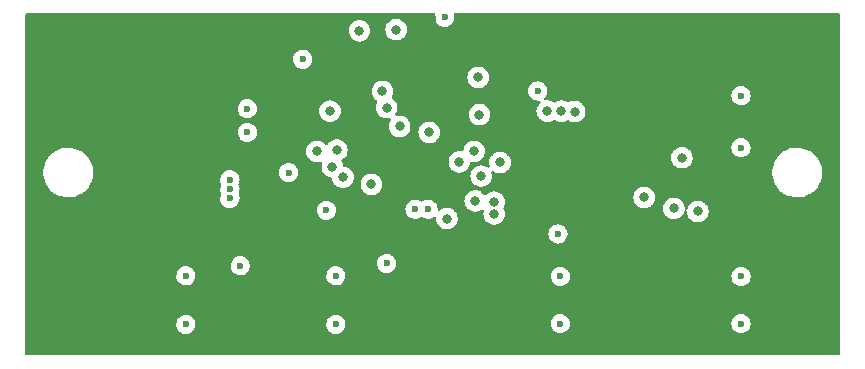
<source format=gbr>
%TF.GenerationSoftware,KiCad,Pcbnew,(6.0.6)*%
%TF.CreationDate,2022-08-13T21:50:17-05:00*%
%TF.ProjectId,usb-led-controller,7573622d-6c65-4642-9d63-6f6e74726f6c,rev?*%
%TF.SameCoordinates,Original*%
%TF.FileFunction,Copper,L2,Inr*%
%TF.FilePolarity,Positive*%
%FSLAX46Y46*%
G04 Gerber Fmt 4.6, Leading zero omitted, Abs format (unit mm)*
G04 Created by KiCad (PCBNEW (6.0.6)) date 2022-08-13 21:50:17*
%MOMM*%
%LPD*%
G01*
G04 APERTURE LIST*
%TA.AperFunction,ComponentPad*%
%ADD10C,0.600000*%
%TD*%
%TA.AperFunction,ViaPad*%
%ADD11C,0.800000*%
%TD*%
G04 APERTURE END LIST*
D10*
%TO.N,GND*%
%TO.C,REF\u002A\u002A*%
X182499995Y-107199994D03*
%TD*%
%TO.N,GND*%
%TO.C,REF\u002A\u002A*%
X145199995Y-119599994D03*
%TD*%
%TO.N,GND*%
%TO.C,REF\u002A\u002A*%
X151699995Y-126799994D03*
%TD*%
%TO.N,+5V*%
%TO.C,REF\u002A\u002A*%
X147828000Y-114600000D03*
%TD*%
%TO.N,+3V3*%
%TO.C,REF\u002A\u002A*%
X164600000Y-117100000D03*
%TD*%
%TO.N,GND*%
%TO.C,REF\u002A\u002A*%
X149999995Y-103199994D03*
%TD*%
%TO.N,GND*%
%TO.C,REF\u002A\u002A*%
X138999995Y-122799994D03*
%TD*%
%TO.N,+5V*%
%TO.C,REF\u002A\u002A*%
X156800000Y-126850000D03*
%TD*%
%TO.N,GND*%
%TO.C,REF\u002A\u002A*%
X152599995Y-121399994D03*
%TD*%
%TO.N,GND*%
%TO.C,REF\u002A\u002A*%
X164999995Y-100899994D03*
%TD*%
%TO.N,GND*%
%TO.C,REF\u002A\u002A*%
X151699995Y-122799994D03*
%TD*%
%TO.N,GND*%
%TO.C,REF\u002A\u002A*%
X161099995Y-119199994D03*
%TD*%
%TO.N,GND*%
%TO.C,REF\u002A\u002A*%
X182499995Y-103199994D03*
%TD*%
%TO.N,GND*%
%TO.C,REF\u002A\u002A*%
X169599995Y-121599994D03*
%TD*%
%TO.N,+5V*%
%TO.C,REF\u002A\u002A*%
X161100000Y-121700000D03*
%TD*%
%TO.N,GND*%
%TO.C,REF\u002A\u002A*%
X151499995Y-115399994D03*
%TD*%
%TO.N,+3V3*%
%TO.C,REF\u002A\u002A*%
X149300000Y-110600000D03*
%TD*%
%TO.N,GND*%
%TO.C,REF\u002A\u002A*%
X176799995Y-116599994D03*
%TD*%
%TO.N,GND*%
%TO.C,REF\u002A\u002A*%
X162399995Y-117099994D03*
%TD*%
%TO.N,+3V3*%
%TO.C,REF\u002A\u002A*%
X163500000Y-117100000D03*
%TD*%
%TO.N,GND*%
%TO.C,REF\u002A\u002A*%
X166599995Y-121599994D03*
%TD*%
%TO.N,GND*%
%TO.C,REF\u002A\u002A*%
X150899995Y-110599994D03*
%TD*%
%TO.N,+5V*%
%TO.C,REF\u002A\u002A*%
X144100000Y-122750000D03*
%TD*%
%TO.N,GND*%
%TO.C,REF\u002A\u002A*%
X150699995Y-116299994D03*
%TD*%
%TO.N,GND*%
%TO.C,REF\u002A\u002A*%
X181799995Y-121699994D03*
%TD*%
%TO.N,GND*%
%TO.C,REF\u002A\u002A*%
X186099995Y-115599994D03*
%TD*%
%TO.N,+3V3*%
%TO.C,REF\u002A\u002A*%
X173900000Y-107100000D03*
%TD*%
%TO.N,GND*%
%TO.C,REF\u002A\u002A*%
X184899995Y-121699994D03*
%TD*%
%TO.N,GND*%
%TO.C,REF\u002A\u002A*%
X187599995Y-103199994D03*
%TD*%
%TO.N,+5V*%
%TO.C,REF\u002A\u002A*%
X147828000Y-116200000D03*
%TD*%
%TO.N,GND*%
%TO.C,REF\u002A\u002A*%
X157699995Y-119499994D03*
%TD*%
%TO.N,+3V3*%
%TO.C,REF\u002A\u002A*%
X156000000Y-117200000D03*
%TD*%
%TO.N,GND*%
%TO.C,REF\u002A\u002A*%
X187599995Y-107199994D03*
%TD*%
%TO.N,GND*%
%TO.C,REF\u002A\u002A*%
X185099995Y-103199994D03*
%TD*%
%TO.N,+5V*%
%TO.C,REF\u002A\u002A*%
X156800000Y-122750000D03*
%TD*%
%TO.N,+12V*%
%TO.C,REF\u002A\u002A*%
X175800000Y-126800000D03*
%TD*%
%TO.N,GND*%
%TO.C,REF\u002A\u002A*%
X149999995Y-107099994D03*
%TD*%
%TO.N,GND*%
%TO.C,REF\u002A\u002A*%
X139899995Y-121599994D03*
%TD*%
%TO.N,+12V*%
%TO.C,REF\u002A\u002A*%
X191100000Y-126800000D03*
%TD*%
%TO.N,GND*%
%TO.C,REF\u002A\u002A*%
X178099995Y-116599994D03*
%TD*%
%TO.N,GND*%
%TO.C,REF\u002A\u002A*%
X153999995Y-107599994D03*
%TD*%
%TO.N,+3V3*%
%TO.C,REF\u002A\u002A*%
X166000000Y-100850000D03*
%TD*%
%TO.N,GND*%
%TO.C,REF\u002A\u002A*%
X166299995Y-116499994D03*
%TD*%
%TO.N,+12V*%
%TO.C,REF\u002A\u002A*%
X175800000Y-122800000D03*
%TD*%
%TO.N,+12V*%
%TO.C,REF\u002A\u002A*%
X191100000Y-111900000D03*
%TD*%
%TO.N,+5V*%
%TO.C,REF\u002A\u002A*%
X144100000Y-126850000D03*
%TD*%
%TO.N,GND*%
%TO.C,REF\u002A\u002A*%
X172599995Y-121599994D03*
%TD*%
%TO.N,GND*%
%TO.C,REF\u002A\u002A*%
X141599995Y-113799994D03*
%TD*%
%TO.N,+12V*%
%TO.C,REF\u002A\u002A*%
X191100000Y-122800000D03*
%TD*%
%TO.N,+5V*%
%TO.C,REF\u002A\u002A*%
X154000000Y-104400000D03*
%TD*%
%TO.N,GND*%
%TO.C,REF\u002A\u002A*%
X141599995Y-116999994D03*
%TD*%
%TO.N,GND*%
%TO.C,REF\u002A\u002A*%
X148700000Y-119500000D03*
%TD*%
%TO.N,+3V3*%
%TO.C,REF\u002A\u002A*%
X175600000Y-119200000D03*
%TD*%
%TO.N,GND*%
%TO.C,REF\u002A\u002A*%
X167199995Y-116499994D03*
%TD*%
%TO.N,GND*%
%TO.C,REF\u002A\u002A*%
X150699995Y-114499994D03*
%TD*%
%TO.N,GND*%
%TO.C,REF\u002A\u002A*%
X180599995Y-116599994D03*
%TD*%
%TO.N,GND*%
%TO.C,REF\u002A\u002A*%
X185099995Y-107199994D03*
%TD*%
%TO.N,+3V3*%
%TO.C,REF\u002A\u002A*%
X149300000Y-108600000D03*
%TD*%
%TO.N,GND*%
%TO.C,REF\u002A\u002A*%
X187799995Y-121699994D03*
%TD*%
%TO.N,GND*%
%TO.C,REF\u002A\u002A*%
X150899995Y-108699994D03*
%TD*%
%TO.N,+5V*%
%TO.C,REF\u002A\u002A*%
X152800000Y-114000000D03*
%TD*%
%TO.N,+5V*%
%TO.C,REF\u002A\u002A*%
X147828000Y-115400000D03*
%TD*%
%TO.N,GND*%
%TO.C,REF\u002A\u002A*%
X138999995Y-126799994D03*
%TD*%
%TO.N,+12V*%
%TO.C,REF\u002A\u002A*%
X191100000Y-107500000D03*
%TD*%
%TO.N,+5V*%
%TO.C,REF\u002A\u002A*%
X148700000Y-121900000D03*
%TD*%
D11*
%TO.N,/NRST*%
X162200000Y-110100000D03*
X177019999Y-108836286D03*
%TO.N,/SWCLK*%
X164700497Y-110600000D03*
X175900000Y-108800000D03*
%TO.N,/SWDIO*%
X174700000Y-108800000D03*
X167250000Y-113100000D03*
%TO.N,/GATE_0_R*%
X185413391Y-117027501D03*
X168500000Y-112200000D03*
%TO.N,/GATE_0_G*%
X168950000Y-109100000D03*
X187450000Y-117300000D03*
%TO.N,/GATE_0_B*%
X182900000Y-116100000D03*
X168850000Y-105950000D03*
%TO.N,/GATE_1_R*%
X168600000Y-116400000D03*
X170200000Y-117499503D03*
%TO.N,/GATE_1_G*%
X170200000Y-116500000D03*
X169100000Y-114300000D03*
%TO.N,/GATE_1_B*%
X166200000Y-117900000D03*
X170700000Y-113150000D03*
%TO.N,/WS2812_0_~{OE}*%
X157400000Y-114400000D03*
X159800000Y-115000000D03*
X161100000Y-108500000D03*
%TO.N,/WS2812_1_~{OE}*%
X160745153Y-107125412D03*
X156500000Y-113500000D03*
%TO.N,/WS2812_0_DATA_UC*%
X156886286Y-112086286D03*
X158800000Y-102000000D03*
%TO.N,/WS2812_1_DATA_UC*%
X156300000Y-108800000D03*
X155200000Y-112200000D03*
%TO.N,/SWO*%
X161900000Y-101900000D03*
X186100000Y-112750000D03*
%TD*%
%TA.AperFunction,Conductor*%
%TO.N,GND*%
G36*
X165154342Y-100528502D02*
G01*
X165200835Y-100582158D01*
X165210939Y-100652432D01*
X165210340Y-100655544D01*
X165209197Y-100658685D01*
X165186463Y-100838640D01*
X165204163Y-101019160D01*
X165261418Y-101191273D01*
X165265065Y-101197295D01*
X165265066Y-101197297D01*
X165277151Y-101217251D01*
X165355380Y-101346424D01*
X165481382Y-101476902D01*
X165633159Y-101576222D01*
X165639763Y-101578678D01*
X165639765Y-101578679D01*
X165796558Y-101636990D01*
X165796560Y-101636990D01*
X165803168Y-101639448D01*
X165886995Y-101650633D01*
X165975980Y-101662507D01*
X165975984Y-101662507D01*
X165982961Y-101663438D01*
X165989972Y-101662800D01*
X165989976Y-101662800D01*
X166132459Y-101649832D01*
X166163600Y-101646998D01*
X166170302Y-101644820D01*
X166170304Y-101644820D01*
X166329409Y-101593124D01*
X166329412Y-101593123D01*
X166336108Y-101590947D01*
X166491912Y-101498069D01*
X166623266Y-101372982D01*
X166723643Y-101221902D01*
X166767596Y-101106197D01*
X166785555Y-101058920D01*
X166785556Y-101058918D01*
X166788055Y-101052338D01*
X166791218Y-101029834D01*
X166812748Y-100876639D01*
X166812748Y-100876636D01*
X166813299Y-100872717D01*
X166813616Y-100850000D01*
X166793397Y-100669745D01*
X166791080Y-100663092D01*
X166790927Y-100662418D01*
X166795338Y-100591558D01*
X166837359Y-100534333D01*
X166903647Y-100508909D01*
X166913795Y-100508500D01*
X199365500Y-100508500D01*
X199433621Y-100528502D01*
X199480114Y-100582158D01*
X199491500Y-100634500D01*
X199491500Y-129365500D01*
X199471498Y-129433621D01*
X199417842Y-129480114D01*
X199365500Y-129491500D01*
X130634500Y-129491500D01*
X130566379Y-129471498D01*
X130519886Y-129417842D01*
X130508500Y-129365500D01*
X130508500Y-126838640D01*
X143286463Y-126838640D01*
X143304163Y-127019160D01*
X143361418Y-127191273D01*
X143365065Y-127197295D01*
X143365066Y-127197297D01*
X143444126Y-127327841D01*
X143455380Y-127346424D01*
X143581382Y-127476902D01*
X143733159Y-127576222D01*
X143739763Y-127578678D01*
X143739765Y-127578679D01*
X143896558Y-127636990D01*
X143896560Y-127636990D01*
X143903168Y-127639448D01*
X143986995Y-127650633D01*
X144075980Y-127662507D01*
X144075984Y-127662507D01*
X144082961Y-127663438D01*
X144089972Y-127662800D01*
X144089976Y-127662800D01*
X144232459Y-127649832D01*
X144263600Y-127646998D01*
X144270302Y-127644820D01*
X144270304Y-127644820D01*
X144429409Y-127593124D01*
X144429412Y-127593123D01*
X144436108Y-127590947D01*
X144591912Y-127498069D01*
X144723266Y-127372982D01*
X144823643Y-127221902D01*
X144888055Y-127052338D01*
X144889035Y-127045366D01*
X144912748Y-126876639D01*
X144912748Y-126876636D01*
X144913299Y-126872717D01*
X144913616Y-126850000D01*
X144912342Y-126838640D01*
X155986463Y-126838640D01*
X156004163Y-127019160D01*
X156061418Y-127191273D01*
X156065065Y-127197295D01*
X156065066Y-127197297D01*
X156144126Y-127327841D01*
X156155380Y-127346424D01*
X156281382Y-127476902D01*
X156433159Y-127576222D01*
X156439763Y-127578678D01*
X156439765Y-127578679D01*
X156596558Y-127636990D01*
X156596560Y-127636990D01*
X156603168Y-127639448D01*
X156686995Y-127650633D01*
X156775980Y-127662507D01*
X156775984Y-127662507D01*
X156782961Y-127663438D01*
X156789972Y-127662800D01*
X156789976Y-127662800D01*
X156932459Y-127649832D01*
X156963600Y-127646998D01*
X156970302Y-127644820D01*
X156970304Y-127644820D01*
X157129409Y-127593124D01*
X157129412Y-127593123D01*
X157136108Y-127590947D01*
X157291912Y-127498069D01*
X157423266Y-127372982D01*
X157523643Y-127221902D01*
X157588055Y-127052338D01*
X157589035Y-127045366D01*
X157612748Y-126876639D01*
X157612748Y-126876636D01*
X157613299Y-126872717D01*
X157613616Y-126850000D01*
X157606733Y-126788640D01*
X174986463Y-126788640D01*
X175004163Y-126969160D01*
X175061418Y-127141273D01*
X175065065Y-127147295D01*
X175065066Y-127147297D01*
X175075978Y-127165314D01*
X175155380Y-127296424D01*
X175281382Y-127426902D01*
X175433159Y-127526222D01*
X175439763Y-127528678D01*
X175439765Y-127528679D01*
X175596558Y-127586990D01*
X175596560Y-127586990D01*
X175603168Y-127589448D01*
X175686995Y-127600633D01*
X175775980Y-127612507D01*
X175775984Y-127612507D01*
X175782961Y-127613438D01*
X175789972Y-127612800D01*
X175789976Y-127612800D01*
X175932459Y-127599832D01*
X175963600Y-127596998D01*
X175970302Y-127594820D01*
X175970304Y-127594820D01*
X176129409Y-127543124D01*
X176129412Y-127543123D01*
X176136108Y-127540947D01*
X176291912Y-127448069D01*
X176423266Y-127322982D01*
X176523643Y-127171902D01*
X176581665Y-127019160D01*
X176585555Y-127008920D01*
X176585556Y-127008918D01*
X176588055Y-127002338D01*
X176589035Y-126995366D01*
X176612748Y-126826639D01*
X176612748Y-126826636D01*
X176613299Y-126822717D01*
X176613616Y-126800000D01*
X176612342Y-126788640D01*
X190286463Y-126788640D01*
X190304163Y-126969160D01*
X190361418Y-127141273D01*
X190365065Y-127147295D01*
X190365066Y-127147297D01*
X190375978Y-127165314D01*
X190455380Y-127296424D01*
X190581382Y-127426902D01*
X190733159Y-127526222D01*
X190739763Y-127528678D01*
X190739765Y-127528679D01*
X190896558Y-127586990D01*
X190896560Y-127586990D01*
X190903168Y-127589448D01*
X190986995Y-127600633D01*
X191075980Y-127612507D01*
X191075984Y-127612507D01*
X191082961Y-127613438D01*
X191089972Y-127612800D01*
X191089976Y-127612800D01*
X191232459Y-127599832D01*
X191263600Y-127596998D01*
X191270302Y-127594820D01*
X191270304Y-127594820D01*
X191429409Y-127543124D01*
X191429412Y-127543123D01*
X191436108Y-127540947D01*
X191591912Y-127448069D01*
X191723266Y-127322982D01*
X191823643Y-127171902D01*
X191881665Y-127019160D01*
X191885555Y-127008920D01*
X191885556Y-127008918D01*
X191888055Y-127002338D01*
X191889035Y-126995366D01*
X191912748Y-126826639D01*
X191912748Y-126826636D01*
X191913299Y-126822717D01*
X191913616Y-126800000D01*
X191893397Y-126619745D01*
X191891080Y-126613091D01*
X191836064Y-126455106D01*
X191836062Y-126455103D01*
X191833745Y-126448448D01*
X191737626Y-126294624D01*
X191664430Y-126220915D01*
X191614778Y-126170915D01*
X191614774Y-126170912D01*
X191609815Y-126165918D01*
X191598697Y-126158862D01*
X191524140Y-126111547D01*
X191456666Y-126068727D01*
X191417071Y-126054628D01*
X191292425Y-126010243D01*
X191292420Y-126010242D01*
X191285790Y-126007881D01*
X191278802Y-126007048D01*
X191278799Y-126007047D01*
X191155698Y-125992368D01*
X191105680Y-125986404D01*
X191098677Y-125987140D01*
X191098676Y-125987140D01*
X190932288Y-126004628D01*
X190932286Y-126004629D01*
X190925288Y-126005364D01*
X190753579Y-126063818D01*
X190747575Y-126067512D01*
X190605095Y-126155166D01*
X190605092Y-126155168D01*
X190599088Y-126158862D01*
X190594053Y-126163793D01*
X190594050Y-126163795D01*
X190474525Y-126280843D01*
X190469493Y-126285771D01*
X190371235Y-126438238D01*
X190368826Y-126444858D01*
X190368824Y-126444861D01*
X190349320Y-126498448D01*
X190309197Y-126608685D01*
X190286463Y-126788640D01*
X176612342Y-126788640D01*
X176593397Y-126619745D01*
X176591080Y-126613091D01*
X176536064Y-126455106D01*
X176536062Y-126455103D01*
X176533745Y-126448448D01*
X176437626Y-126294624D01*
X176364430Y-126220915D01*
X176314778Y-126170915D01*
X176314774Y-126170912D01*
X176309815Y-126165918D01*
X176298697Y-126158862D01*
X176224140Y-126111547D01*
X176156666Y-126068727D01*
X176117071Y-126054628D01*
X175992425Y-126010243D01*
X175992420Y-126010242D01*
X175985790Y-126007881D01*
X175978802Y-126007048D01*
X175978799Y-126007047D01*
X175855698Y-125992368D01*
X175805680Y-125986404D01*
X175798677Y-125987140D01*
X175798676Y-125987140D01*
X175632288Y-126004628D01*
X175632286Y-126004629D01*
X175625288Y-126005364D01*
X175453579Y-126063818D01*
X175447575Y-126067512D01*
X175305095Y-126155166D01*
X175305092Y-126155168D01*
X175299088Y-126158862D01*
X175294053Y-126163793D01*
X175294050Y-126163795D01*
X175174525Y-126280843D01*
X175169493Y-126285771D01*
X175071235Y-126438238D01*
X175068826Y-126444858D01*
X175068824Y-126444861D01*
X175049320Y-126498448D01*
X175009197Y-126608685D01*
X174986463Y-126788640D01*
X157606733Y-126788640D01*
X157593397Y-126669745D01*
X157591080Y-126663091D01*
X157536064Y-126505106D01*
X157536062Y-126505103D01*
X157533745Y-126498448D01*
X157502502Y-126448448D01*
X157441359Y-126350598D01*
X157437626Y-126344624D01*
X157423941Y-126330843D01*
X157314778Y-126220915D01*
X157314774Y-126220912D01*
X157309815Y-126215918D01*
X157298697Y-126208862D01*
X157214085Y-126155166D01*
X157156666Y-126118727D01*
X157127463Y-126108328D01*
X156992425Y-126060243D01*
X156992420Y-126060242D01*
X156985790Y-126057881D01*
X156978802Y-126057048D01*
X156978799Y-126057047D01*
X156855698Y-126042368D01*
X156805680Y-126036404D01*
X156798677Y-126037140D01*
X156798676Y-126037140D01*
X156632288Y-126054628D01*
X156632286Y-126054629D01*
X156625288Y-126055364D01*
X156453579Y-126113818D01*
X156447575Y-126117512D01*
X156305095Y-126205166D01*
X156305092Y-126205168D01*
X156299088Y-126208862D01*
X156294053Y-126213793D01*
X156294050Y-126213795D01*
X156205410Y-126300598D01*
X156169493Y-126335771D01*
X156071235Y-126488238D01*
X156068826Y-126494858D01*
X156068824Y-126494861D01*
X156011606Y-126652066D01*
X156009197Y-126658685D01*
X155986463Y-126838640D01*
X144912342Y-126838640D01*
X144893397Y-126669745D01*
X144891080Y-126663091D01*
X144836064Y-126505106D01*
X144836062Y-126505103D01*
X144833745Y-126498448D01*
X144802502Y-126448448D01*
X144741359Y-126350598D01*
X144737626Y-126344624D01*
X144723941Y-126330843D01*
X144614778Y-126220915D01*
X144614774Y-126220912D01*
X144609815Y-126215918D01*
X144598697Y-126208862D01*
X144514085Y-126155166D01*
X144456666Y-126118727D01*
X144427463Y-126108328D01*
X144292425Y-126060243D01*
X144292420Y-126060242D01*
X144285790Y-126057881D01*
X144278802Y-126057048D01*
X144278799Y-126057047D01*
X144155698Y-126042368D01*
X144105680Y-126036404D01*
X144098677Y-126037140D01*
X144098676Y-126037140D01*
X143932288Y-126054628D01*
X143932286Y-126054629D01*
X143925288Y-126055364D01*
X143753579Y-126113818D01*
X143747575Y-126117512D01*
X143605095Y-126205166D01*
X143605092Y-126205168D01*
X143599088Y-126208862D01*
X143594053Y-126213793D01*
X143594050Y-126213795D01*
X143505410Y-126300598D01*
X143469493Y-126335771D01*
X143371235Y-126488238D01*
X143368826Y-126494858D01*
X143368824Y-126494861D01*
X143311606Y-126652066D01*
X143309197Y-126658685D01*
X143286463Y-126838640D01*
X130508500Y-126838640D01*
X130508500Y-122738640D01*
X143286463Y-122738640D01*
X143304163Y-122919160D01*
X143361418Y-123091273D01*
X143365065Y-123097295D01*
X143365066Y-123097297D01*
X143375978Y-123115314D01*
X143455380Y-123246424D01*
X143581382Y-123376902D01*
X143733159Y-123476222D01*
X143739763Y-123478678D01*
X143739765Y-123478679D01*
X143896558Y-123536990D01*
X143896560Y-123536990D01*
X143903168Y-123539448D01*
X143986995Y-123550633D01*
X144075980Y-123562507D01*
X144075984Y-123562507D01*
X144082961Y-123563438D01*
X144089972Y-123562800D01*
X144089976Y-123562800D01*
X144232459Y-123549832D01*
X144263600Y-123546998D01*
X144270302Y-123544820D01*
X144270304Y-123544820D01*
X144429409Y-123493124D01*
X144429412Y-123493123D01*
X144436108Y-123490947D01*
X144591912Y-123398069D01*
X144723266Y-123272982D01*
X144823643Y-123121902D01*
X144881665Y-122969160D01*
X144885555Y-122958920D01*
X144885556Y-122958918D01*
X144888055Y-122952338D01*
X144889035Y-122945366D01*
X144912748Y-122776639D01*
X144912748Y-122776636D01*
X144913299Y-122772717D01*
X144913616Y-122750000D01*
X144912342Y-122738640D01*
X155986463Y-122738640D01*
X156004163Y-122919160D01*
X156061418Y-123091273D01*
X156065065Y-123097295D01*
X156065066Y-123097297D01*
X156075978Y-123115314D01*
X156155380Y-123246424D01*
X156281382Y-123376902D01*
X156433159Y-123476222D01*
X156439763Y-123478678D01*
X156439765Y-123478679D01*
X156596558Y-123536990D01*
X156596560Y-123536990D01*
X156603168Y-123539448D01*
X156686995Y-123550633D01*
X156775980Y-123562507D01*
X156775984Y-123562507D01*
X156782961Y-123563438D01*
X156789972Y-123562800D01*
X156789976Y-123562800D01*
X156932459Y-123549832D01*
X156963600Y-123546998D01*
X156970302Y-123544820D01*
X156970304Y-123544820D01*
X157129409Y-123493124D01*
X157129412Y-123493123D01*
X157136108Y-123490947D01*
X157291912Y-123398069D01*
X157423266Y-123272982D01*
X157523643Y-123121902D01*
X157581665Y-122969160D01*
X157585555Y-122958920D01*
X157585556Y-122958918D01*
X157588055Y-122952338D01*
X157589035Y-122945366D01*
X157611061Y-122788640D01*
X174986463Y-122788640D01*
X175004163Y-122969160D01*
X175061418Y-123141273D01*
X175065065Y-123147295D01*
X175065066Y-123147297D01*
X175144126Y-123277841D01*
X175155380Y-123296424D01*
X175281382Y-123426902D01*
X175433159Y-123526222D01*
X175439763Y-123528678D01*
X175439765Y-123528679D01*
X175596558Y-123586990D01*
X175596560Y-123586990D01*
X175603168Y-123589448D01*
X175686995Y-123600633D01*
X175775980Y-123612507D01*
X175775984Y-123612507D01*
X175782961Y-123613438D01*
X175789972Y-123612800D01*
X175789976Y-123612800D01*
X175932459Y-123599832D01*
X175963600Y-123596998D01*
X175970302Y-123594820D01*
X175970304Y-123594820D01*
X176129409Y-123543124D01*
X176129412Y-123543123D01*
X176136108Y-123540947D01*
X176291912Y-123448069D01*
X176423266Y-123322982D01*
X176523643Y-123171902D01*
X176588055Y-123002338D01*
X176589035Y-122995366D01*
X176612748Y-122826639D01*
X176612748Y-122826636D01*
X176613299Y-122822717D01*
X176613616Y-122800000D01*
X176612342Y-122788640D01*
X190286463Y-122788640D01*
X190304163Y-122969160D01*
X190361418Y-123141273D01*
X190365065Y-123147295D01*
X190365066Y-123147297D01*
X190444126Y-123277841D01*
X190455380Y-123296424D01*
X190581382Y-123426902D01*
X190733159Y-123526222D01*
X190739763Y-123528678D01*
X190739765Y-123528679D01*
X190896558Y-123586990D01*
X190896560Y-123586990D01*
X190903168Y-123589448D01*
X190986995Y-123600633D01*
X191075980Y-123612507D01*
X191075984Y-123612507D01*
X191082961Y-123613438D01*
X191089972Y-123612800D01*
X191089976Y-123612800D01*
X191232459Y-123599832D01*
X191263600Y-123596998D01*
X191270302Y-123594820D01*
X191270304Y-123594820D01*
X191429409Y-123543124D01*
X191429412Y-123543123D01*
X191436108Y-123540947D01*
X191591912Y-123448069D01*
X191723266Y-123322982D01*
X191823643Y-123171902D01*
X191888055Y-123002338D01*
X191889035Y-122995366D01*
X191912748Y-122826639D01*
X191912748Y-122826636D01*
X191913299Y-122822717D01*
X191913616Y-122800000D01*
X191893397Y-122619745D01*
X191891080Y-122613091D01*
X191836064Y-122455106D01*
X191836062Y-122455103D01*
X191833745Y-122448448D01*
X191801237Y-122396424D01*
X191741359Y-122300598D01*
X191737626Y-122294624D01*
X191708520Y-122265314D01*
X191614778Y-122170915D01*
X191614774Y-122170912D01*
X191609815Y-122165918D01*
X191598697Y-122158862D01*
X191514085Y-122105166D01*
X191456666Y-122068727D01*
X191427463Y-122058328D01*
X191292425Y-122010243D01*
X191292420Y-122010242D01*
X191285790Y-122007881D01*
X191278802Y-122007048D01*
X191278799Y-122007047D01*
X191155698Y-121992368D01*
X191105680Y-121986404D01*
X191098677Y-121987140D01*
X191098676Y-121987140D01*
X190932288Y-122004628D01*
X190932286Y-122004629D01*
X190925288Y-122005364D01*
X190753579Y-122063818D01*
X190747575Y-122067512D01*
X190605095Y-122155166D01*
X190605092Y-122155168D01*
X190599088Y-122158862D01*
X190594053Y-122163793D01*
X190594050Y-122163795D01*
X190477660Y-122277773D01*
X190469493Y-122285771D01*
X190371235Y-122438238D01*
X190368826Y-122444858D01*
X190368824Y-122444861D01*
X190311606Y-122602066D01*
X190309197Y-122608685D01*
X190286463Y-122788640D01*
X176612342Y-122788640D01*
X176593397Y-122619745D01*
X176591080Y-122613091D01*
X176536064Y-122455106D01*
X176536062Y-122455103D01*
X176533745Y-122448448D01*
X176501237Y-122396424D01*
X176441359Y-122300598D01*
X176437626Y-122294624D01*
X176408520Y-122265314D01*
X176314778Y-122170915D01*
X176314774Y-122170912D01*
X176309815Y-122165918D01*
X176298697Y-122158862D01*
X176214085Y-122105166D01*
X176156666Y-122068727D01*
X176127463Y-122058328D01*
X175992425Y-122010243D01*
X175992420Y-122010242D01*
X175985790Y-122007881D01*
X175978802Y-122007048D01*
X175978799Y-122007047D01*
X175855698Y-121992368D01*
X175805680Y-121986404D01*
X175798677Y-121987140D01*
X175798676Y-121987140D01*
X175632288Y-122004628D01*
X175632286Y-122004629D01*
X175625288Y-122005364D01*
X175453579Y-122063818D01*
X175447575Y-122067512D01*
X175305095Y-122155166D01*
X175305092Y-122155168D01*
X175299088Y-122158862D01*
X175294053Y-122163793D01*
X175294050Y-122163795D01*
X175177660Y-122277773D01*
X175169493Y-122285771D01*
X175071235Y-122438238D01*
X175068826Y-122444858D01*
X175068824Y-122444861D01*
X175011606Y-122602066D01*
X175009197Y-122608685D01*
X174986463Y-122788640D01*
X157611061Y-122788640D01*
X157612748Y-122776639D01*
X157612748Y-122776636D01*
X157613299Y-122772717D01*
X157613616Y-122750000D01*
X157593397Y-122569745D01*
X157591080Y-122563091D01*
X157536064Y-122405106D01*
X157536062Y-122405103D01*
X157533745Y-122398448D01*
X157437626Y-122244624D01*
X157420960Y-122227841D01*
X157314778Y-122120915D01*
X157314774Y-122120912D01*
X157309815Y-122115918D01*
X157298697Y-122108862D01*
X157231727Y-122066362D01*
X157156666Y-122018727D01*
X157117071Y-122004628D01*
X156992425Y-121960243D01*
X156992420Y-121960242D01*
X156985790Y-121957881D01*
X156978802Y-121957048D01*
X156978799Y-121957047D01*
X156855698Y-121942368D01*
X156805680Y-121936404D01*
X156798677Y-121937140D01*
X156798676Y-121937140D01*
X156632288Y-121954628D01*
X156632286Y-121954629D01*
X156625288Y-121955364D01*
X156453579Y-122013818D01*
X156447575Y-122017512D01*
X156305095Y-122105166D01*
X156305092Y-122105168D01*
X156299088Y-122108862D01*
X156294053Y-122113793D01*
X156294050Y-122113795D01*
X156177591Y-122227841D01*
X156169493Y-122235771D01*
X156071235Y-122388238D01*
X156068826Y-122394858D01*
X156068824Y-122394861D01*
X156022610Y-122521834D01*
X156009197Y-122558685D01*
X155986463Y-122738640D01*
X144912342Y-122738640D01*
X144893397Y-122569745D01*
X144891080Y-122563091D01*
X144836064Y-122405106D01*
X144836062Y-122405103D01*
X144833745Y-122398448D01*
X144737626Y-122244624D01*
X144720960Y-122227841D01*
X144614778Y-122120915D01*
X144614774Y-122120912D01*
X144609815Y-122115918D01*
X144598697Y-122108862D01*
X144531727Y-122066362D01*
X144456666Y-122018727D01*
X144417071Y-122004628D01*
X144292425Y-121960243D01*
X144292420Y-121960242D01*
X144285790Y-121957881D01*
X144278802Y-121957048D01*
X144278799Y-121957047D01*
X144155698Y-121942368D01*
X144105680Y-121936404D01*
X144098677Y-121937140D01*
X144098676Y-121937140D01*
X143932288Y-121954628D01*
X143932286Y-121954629D01*
X143925288Y-121955364D01*
X143753579Y-122013818D01*
X143747575Y-122017512D01*
X143605095Y-122105166D01*
X143605092Y-122105168D01*
X143599088Y-122108862D01*
X143594053Y-122113793D01*
X143594050Y-122113795D01*
X143477591Y-122227841D01*
X143469493Y-122235771D01*
X143371235Y-122388238D01*
X143368826Y-122394858D01*
X143368824Y-122394861D01*
X143322610Y-122521834D01*
X143309197Y-122558685D01*
X143286463Y-122738640D01*
X130508500Y-122738640D01*
X130508500Y-121888640D01*
X147886463Y-121888640D01*
X147904163Y-122069160D01*
X147961418Y-122241273D01*
X147965065Y-122247295D01*
X147965066Y-122247297D01*
X148046834Y-122382312D01*
X148055380Y-122396424D01*
X148060269Y-122401487D01*
X148060270Y-122401488D01*
X148098376Y-122440947D01*
X148181382Y-122526902D01*
X148187278Y-122530760D01*
X148313093Y-122613091D01*
X148333159Y-122626222D01*
X148339763Y-122628678D01*
X148339765Y-122628679D01*
X148496558Y-122686990D01*
X148496560Y-122686990D01*
X148503168Y-122689448D01*
X148586995Y-122700633D01*
X148675980Y-122712507D01*
X148675984Y-122712507D01*
X148682961Y-122713438D01*
X148689972Y-122712800D01*
X148689976Y-122712800D01*
X148832459Y-122699832D01*
X148863600Y-122696998D01*
X148870302Y-122694820D01*
X148870304Y-122694820D01*
X149029409Y-122643124D01*
X149029412Y-122643123D01*
X149036108Y-122640947D01*
X149162378Y-122565675D01*
X149185860Y-122551677D01*
X149185862Y-122551676D01*
X149191912Y-122548069D01*
X149323266Y-122422982D01*
X149423643Y-122271902D01*
X149480998Y-122120915D01*
X149485555Y-122108920D01*
X149485556Y-122108918D01*
X149488055Y-122102338D01*
X149489035Y-122095366D01*
X149512748Y-121926639D01*
X149512748Y-121926636D01*
X149513299Y-121922717D01*
X149513616Y-121900000D01*
X149493397Y-121719745D01*
X149491080Y-121713091D01*
X149482565Y-121688640D01*
X160286463Y-121688640D01*
X160304163Y-121869160D01*
X160361418Y-122041273D01*
X160365065Y-122047295D01*
X160365066Y-122047297D01*
X160432632Y-122158862D01*
X160455380Y-122196424D01*
X160460269Y-122201487D01*
X160460270Y-122201488D01*
X160521907Y-122265314D01*
X160581382Y-122326902D01*
X160733159Y-122426222D01*
X160739763Y-122428678D01*
X160739765Y-122428679D01*
X160896558Y-122486990D01*
X160896560Y-122486990D01*
X160903168Y-122489448D01*
X160986995Y-122500633D01*
X161075980Y-122512507D01*
X161075984Y-122512507D01*
X161082961Y-122513438D01*
X161089972Y-122512800D01*
X161089976Y-122512800D01*
X161232459Y-122499832D01*
X161263600Y-122496998D01*
X161270302Y-122494820D01*
X161270304Y-122494820D01*
X161429409Y-122443124D01*
X161429412Y-122443123D01*
X161436108Y-122440947D01*
X161591912Y-122348069D01*
X161723266Y-122222982D01*
X161823643Y-122071902D01*
X161874835Y-121937140D01*
X161885555Y-121908920D01*
X161885556Y-121908918D01*
X161888055Y-121902338D01*
X161890963Y-121881646D01*
X161912748Y-121726639D01*
X161912748Y-121726636D01*
X161913299Y-121722717D01*
X161913616Y-121700000D01*
X161893397Y-121519745D01*
X161891080Y-121513091D01*
X161836064Y-121355106D01*
X161836062Y-121355103D01*
X161833745Y-121348448D01*
X161823662Y-121332312D01*
X161741359Y-121200598D01*
X161737626Y-121194624D01*
X161709561Y-121166362D01*
X161614778Y-121070915D01*
X161614774Y-121070912D01*
X161609815Y-121065918D01*
X161598697Y-121058862D01*
X161550538Y-121028300D01*
X161456666Y-120968727D01*
X161427463Y-120958328D01*
X161292425Y-120910243D01*
X161292420Y-120910242D01*
X161285790Y-120907881D01*
X161278802Y-120907048D01*
X161278799Y-120907047D01*
X161155698Y-120892368D01*
X161105680Y-120886404D01*
X161098677Y-120887140D01*
X161098676Y-120887140D01*
X160932288Y-120904628D01*
X160932286Y-120904629D01*
X160925288Y-120905364D01*
X160753579Y-120963818D01*
X160747575Y-120967512D01*
X160605095Y-121055166D01*
X160605092Y-121055168D01*
X160599088Y-121058862D01*
X160594053Y-121063793D01*
X160594050Y-121063795D01*
X160474525Y-121180843D01*
X160469493Y-121185771D01*
X160371235Y-121338238D01*
X160368826Y-121344858D01*
X160368824Y-121344861D01*
X160311606Y-121502066D01*
X160309197Y-121508685D01*
X160286463Y-121688640D01*
X149482565Y-121688640D01*
X149436064Y-121555106D01*
X149436062Y-121555103D01*
X149433745Y-121548448D01*
X149337626Y-121394624D01*
X149298383Y-121355106D01*
X149214778Y-121270915D01*
X149214774Y-121270912D01*
X149209815Y-121265918D01*
X149198697Y-121258862D01*
X149150538Y-121228300D01*
X149056666Y-121168727D01*
X149027463Y-121158328D01*
X148892425Y-121110243D01*
X148892420Y-121110242D01*
X148885790Y-121107881D01*
X148878802Y-121107048D01*
X148878799Y-121107047D01*
X148755698Y-121092368D01*
X148705680Y-121086404D01*
X148698677Y-121087140D01*
X148698676Y-121087140D01*
X148532288Y-121104628D01*
X148532286Y-121104629D01*
X148525288Y-121105364D01*
X148353579Y-121163818D01*
X148317895Y-121185771D01*
X148205095Y-121255166D01*
X148205092Y-121255168D01*
X148199088Y-121258862D01*
X148194053Y-121263793D01*
X148194050Y-121263795D01*
X148107606Y-121348448D01*
X148069493Y-121385771D01*
X147971235Y-121538238D01*
X147968826Y-121544858D01*
X147968824Y-121544861D01*
X147919038Y-121681646D01*
X147909197Y-121708685D01*
X147886463Y-121888640D01*
X130508500Y-121888640D01*
X130508500Y-119188640D01*
X174786463Y-119188640D01*
X174804163Y-119369160D01*
X174861418Y-119541273D01*
X174865065Y-119547295D01*
X174865066Y-119547297D01*
X174875978Y-119565314D01*
X174955380Y-119696424D01*
X175081382Y-119826902D01*
X175233159Y-119926222D01*
X175239763Y-119928678D01*
X175239765Y-119928679D01*
X175396558Y-119986990D01*
X175396560Y-119986990D01*
X175403168Y-119989448D01*
X175486995Y-120000633D01*
X175575980Y-120012507D01*
X175575984Y-120012507D01*
X175582961Y-120013438D01*
X175589972Y-120012800D01*
X175589976Y-120012800D01*
X175732459Y-119999832D01*
X175763600Y-119996998D01*
X175770302Y-119994820D01*
X175770304Y-119994820D01*
X175929409Y-119943124D01*
X175929412Y-119943123D01*
X175936108Y-119940947D01*
X176091912Y-119848069D01*
X176223266Y-119722982D01*
X176323643Y-119571902D01*
X176388055Y-119402338D01*
X176389035Y-119395366D01*
X176412748Y-119226639D01*
X176412748Y-119226636D01*
X176413299Y-119222717D01*
X176413616Y-119200000D01*
X176393397Y-119019745D01*
X176391080Y-119013091D01*
X176336064Y-118855106D01*
X176336062Y-118855103D01*
X176333745Y-118848448D01*
X176237626Y-118694624D01*
X176232664Y-118689627D01*
X176114778Y-118570915D01*
X176114774Y-118570912D01*
X176109815Y-118565918D01*
X176098697Y-118558862D01*
X176050538Y-118528300D01*
X175956666Y-118468727D01*
X175927463Y-118458328D01*
X175792425Y-118410243D01*
X175792420Y-118410242D01*
X175785790Y-118407881D01*
X175778802Y-118407048D01*
X175778799Y-118407047D01*
X175655698Y-118392368D01*
X175605680Y-118386404D01*
X175598677Y-118387140D01*
X175598676Y-118387140D01*
X175432288Y-118404628D01*
X175432286Y-118404629D01*
X175425288Y-118405364D01*
X175253579Y-118463818D01*
X175247575Y-118467512D01*
X175105095Y-118555166D01*
X175105092Y-118555168D01*
X175099088Y-118558862D01*
X175094053Y-118563793D01*
X175094050Y-118563795D01*
X175074695Y-118582749D01*
X174969493Y-118685771D01*
X174871235Y-118838238D01*
X174868826Y-118844858D01*
X174868824Y-118844861D01*
X174811606Y-119002066D01*
X174809197Y-119008685D01*
X174786463Y-119188640D01*
X130508500Y-119188640D01*
X130508500Y-117188640D01*
X155186463Y-117188640D01*
X155204163Y-117369160D01*
X155261418Y-117541273D01*
X155265065Y-117547295D01*
X155265066Y-117547297D01*
X155340320Y-117671556D01*
X155355380Y-117696424D01*
X155360269Y-117701487D01*
X155360270Y-117701488D01*
X155375357Y-117717111D01*
X155481382Y-117826902D01*
X155487278Y-117830760D01*
X155593088Y-117900000D01*
X155633159Y-117926222D01*
X155639763Y-117928678D01*
X155639765Y-117928679D01*
X155796558Y-117986990D01*
X155796560Y-117986990D01*
X155803168Y-117989448D01*
X155886995Y-118000633D01*
X155975980Y-118012507D01*
X155975984Y-118012507D01*
X155982961Y-118013438D01*
X155989972Y-118012800D01*
X155989976Y-118012800D01*
X156132459Y-117999832D01*
X156163600Y-117996998D01*
X156170302Y-117994820D01*
X156170304Y-117994820D01*
X156329409Y-117943124D01*
X156329412Y-117943123D01*
X156336108Y-117940947D01*
X156491912Y-117848069D01*
X156623266Y-117722982D01*
X156723643Y-117571902D01*
X156765423Y-117461917D01*
X156785555Y-117408920D01*
X156785556Y-117408918D01*
X156788055Y-117402338D01*
X156789035Y-117395366D01*
X156812748Y-117226639D01*
X156812748Y-117226636D01*
X156813299Y-117222717D01*
X156813465Y-117210831D01*
X156813561Y-117203962D01*
X156813561Y-117203957D01*
X156813616Y-117200000D01*
X156801125Y-117088640D01*
X162686463Y-117088640D01*
X162704163Y-117269160D01*
X162761418Y-117441273D01*
X162765065Y-117447295D01*
X162765066Y-117447297D01*
X162844085Y-117577773D01*
X162855380Y-117596424D01*
X162981382Y-117726902D01*
X163017265Y-117750383D01*
X163125644Y-117821304D01*
X163133159Y-117826222D01*
X163139763Y-117828678D01*
X163139765Y-117828679D01*
X163296558Y-117886990D01*
X163296560Y-117886990D01*
X163303168Y-117889448D01*
X163382250Y-117900000D01*
X163475980Y-117912507D01*
X163475984Y-117912507D01*
X163482961Y-117913438D01*
X163489972Y-117912800D01*
X163489976Y-117912800D01*
X163632459Y-117899832D01*
X163663600Y-117896998D01*
X163670302Y-117894820D01*
X163670304Y-117894820D01*
X163829409Y-117843124D01*
X163829412Y-117843123D01*
X163836108Y-117840947D01*
X163988031Y-117750382D01*
X164056784Y-117732683D01*
X164121538Y-117753179D01*
X164199104Y-117803937D01*
X164225644Y-117821304D01*
X164233159Y-117826222D01*
X164239763Y-117828678D01*
X164239765Y-117828679D01*
X164396558Y-117886990D01*
X164396560Y-117886990D01*
X164403168Y-117889448D01*
X164482250Y-117900000D01*
X164575980Y-117912507D01*
X164575984Y-117912507D01*
X164582961Y-117913438D01*
X164589972Y-117912800D01*
X164589976Y-117912800D01*
X164732459Y-117899832D01*
X164763600Y-117896998D01*
X164770302Y-117894820D01*
X164770304Y-117894820D01*
X164929409Y-117843124D01*
X164929412Y-117843123D01*
X164936108Y-117840947D01*
X165091912Y-117748069D01*
X165091985Y-117748191D01*
X165155269Y-117724111D01*
X165224741Y-117738745D01*
X165275273Y-117788615D01*
X165290396Y-117862898D01*
X165286496Y-117900000D01*
X165287186Y-117906565D01*
X165298352Y-118012800D01*
X165306458Y-118089928D01*
X165365473Y-118271556D01*
X165368776Y-118277278D01*
X165368777Y-118277279D01*
X165376480Y-118290621D01*
X165460960Y-118436944D01*
X165465378Y-118441851D01*
X165465379Y-118441852D01*
X165581588Y-118570915D01*
X165588747Y-118578866D01*
X165687843Y-118650864D01*
X165735889Y-118685771D01*
X165743248Y-118691118D01*
X165749276Y-118693802D01*
X165749278Y-118693803D01*
X165911681Y-118766109D01*
X165917712Y-118768794D01*
X166011112Y-118788647D01*
X166098056Y-118807128D01*
X166098061Y-118807128D01*
X166104513Y-118808500D01*
X166295487Y-118808500D01*
X166301939Y-118807128D01*
X166301944Y-118807128D01*
X166388888Y-118788647D01*
X166482288Y-118768794D01*
X166488319Y-118766109D01*
X166650722Y-118693803D01*
X166650724Y-118693802D01*
X166656752Y-118691118D01*
X166664112Y-118685771D01*
X166712157Y-118650864D01*
X166811253Y-118578866D01*
X166818412Y-118570915D01*
X166934621Y-118441852D01*
X166934622Y-118441851D01*
X166939040Y-118436944D01*
X167023520Y-118290621D01*
X167031223Y-118277279D01*
X167031224Y-118277278D01*
X167034527Y-118271556D01*
X167093542Y-118089928D01*
X167101649Y-118012800D01*
X167112814Y-117906565D01*
X167113504Y-117900000D01*
X167107526Y-117843124D01*
X167094232Y-117716635D01*
X167094232Y-117716633D01*
X167093542Y-117710072D01*
X167034527Y-117528444D01*
X166939040Y-117363056D01*
X166886150Y-117304315D01*
X166815675Y-117226045D01*
X166815674Y-117226044D01*
X166811253Y-117221134D01*
X166675794Y-117122717D01*
X166662094Y-117112763D01*
X166662093Y-117112762D01*
X166656752Y-117108882D01*
X166650724Y-117106198D01*
X166650722Y-117106197D01*
X166488319Y-117033891D01*
X166488318Y-117033891D01*
X166482288Y-117031206D01*
X166376336Y-117008685D01*
X166301944Y-116992872D01*
X166301939Y-116992872D01*
X166295487Y-116991500D01*
X166104513Y-116991500D01*
X166098061Y-116992872D01*
X166098056Y-116992872D01*
X166023664Y-117008685D01*
X165917712Y-117031206D01*
X165911682Y-117033891D01*
X165911681Y-117033891D01*
X165749278Y-117106197D01*
X165749276Y-117106198D01*
X165743248Y-117108882D01*
X165737907Y-117112762D01*
X165737906Y-117112763D01*
X165724206Y-117122717D01*
X165613633Y-117203054D01*
X165546767Y-117226911D01*
X165477615Y-117210831D01*
X165428135Y-117159918D01*
X165413724Y-117107276D01*
X165413561Y-117103944D01*
X165413616Y-117100000D01*
X165393397Y-116919745D01*
X165391080Y-116913091D01*
X165336064Y-116755106D01*
X165336062Y-116755103D01*
X165333745Y-116748448D01*
X165237626Y-116594624D01*
X165228835Y-116585771D01*
X165114778Y-116470915D01*
X165114774Y-116470912D01*
X165109815Y-116465918D01*
X165102928Y-116461547D01*
X165013237Y-116404628D01*
X165005944Y-116400000D01*
X167686496Y-116400000D01*
X167687186Y-116406565D01*
X167704460Y-116570915D01*
X167706458Y-116589928D01*
X167765473Y-116771556D01*
X167768776Y-116777278D01*
X167768777Y-116777279D01*
X167799963Y-116831295D01*
X167860960Y-116936944D01*
X167865378Y-116941851D01*
X167865379Y-116941852D01*
X167941816Y-117026744D01*
X167988747Y-117078866D01*
X168143248Y-117191118D01*
X168149276Y-117193802D01*
X168149278Y-117193803D01*
X168311681Y-117266109D01*
X168317712Y-117268794D01*
X168411113Y-117288647D01*
X168498056Y-117307128D01*
X168498061Y-117307128D01*
X168504513Y-117308500D01*
X168695487Y-117308500D01*
X168701939Y-117307128D01*
X168701944Y-117307128D01*
X168788887Y-117288647D01*
X168882288Y-117268794D01*
X168888319Y-117266109D01*
X169050722Y-117193803D01*
X169050724Y-117193802D01*
X169056752Y-117191118D01*
X169120278Y-117144964D01*
X169187144Y-117121106D01*
X169256296Y-117137186D01*
X169305776Y-117188099D01*
X169319876Y-117257682D01*
X169314173Y-117285832D01*
X169306458Y-117309575D01*
X169305768Y-117316136D01*
X169305768Y-117316138D01*
X169292616Y-117441273D01*
X169286496Y-117499503D01*
X169306458Y-117689431D01*
X169365473Y-117871059D01*
X169368776Y-117876781D01*
X169368777Y-117876782D01*
X169378493Y-117893610D01*
X169460960Y-118036447D01*
X169465378Y-118041354D01*
X169465379Y-118041355D01*
X169514767Y-118096206D01*
X169588747Y-118178369D01*
X169743248Y-118290621D01*
X169749276Y-118293305D01*
X169749278Y-118293306D01*
X169911681Y-118365612D01*
X169917712Y-118368297D01*
X170002898Y-118386404D01*
X170098056Y-118406631D01*
X170098061Y-118406631D01*
X170104513Y-118408003D01*
X170295487Y-118408003D01*
X170301939Y-118406631D01*
X170301944Y-118406631D01*
X170397102Y-118386404D01*
X170482288Y-118368297D01*
X170488319Y-118365612D01*
X170650722Y-118293306D01*
X170650724Y-118293305D01*
X170656752Y-118290621D01*
X170811253Y-118178369D01*
X170885233Y-118096206D01*
X170934621Y-118041355D01*
X170934622Y-118041354D01*
X170939040Y-118036447D01*
X171021507Y-117893610D01*
X171031223Y-117876782D01*
X171031224Y-117876781D01*
X171034527Y-117871059D01*
X171093542Y-117689431D01*
X171113504Y-117499503D01*
X171107384Y-117441273D01*
X171094232Y-117316138D01*
X171094232Y-117316136D01*
X171093542Y-117309575D01*
X171034527Y-117127947D01*
X170996885Y-117062750D01*
X170988334Y-117027501D01*
X184499887Y-117027501D01*
X184500577Y-117034066D01*
X184519156Y-117210831D01*
X184519849Y-117217429D01*
X184578864Y-117399057D01*
X184674351Y-117564445D01*
X184678769Y-117569352D01*
X184678770Y-117569353D01*
X184793185Y-117696424D01*
X184802138Y-117706367D01*
X184956639Y-117818619D01*
X184962667Y-117821303D01*
X184962669Y-117821304D01*
X185124679Y-117893435D01*
X185131103Y-117896295D01*
X185211754Y-117913438D01*
X185311447Y-117934629D01*
X185311452Y-117934629D01*
X185317904Y-117936001D01*
X185508878Y-117936001D01*
X185515330Y-117934629D01*
X185515335Y-117934629D01*
X185615028Y-117913438D01*
X185695679Y-117896295D01*
X185702103Y-117893435D01*
X185864113Y-117821304D01*
X185864115Y-117821303D01*
X185870143Y-117818619D01*
X186024644Y-117706367D01*
X186033597Y-117696424D01*
X186148012Y-117569353D01*
X186148013Y-117569352D01*
X186152431Y-117564445D01*
X186247918Y-117399057D01*
X186291353Y-117265379D01*
X186331427Y-117206773D01*
X186396823Y-117179136D01*
X186466780Y-117191243D01*
X186519086Y-117239249D01*
X186536000Y-117300052D01*
X186536496Y-117300000D01*
X186537186Y-117306565D01*
X186542608Y-117358148D01*
X186556458Y-117489928D01*
X186615473Y-117671556D01*
X186618776Y-117677278D01*
X186618777Y-117677279D01*
X186650765Y-117732683D01*
X186710960Y-117836944D01*
X186715378Y-117841851D01*
X186715379Y-117841852D01*
X186806565Y-117943124D01*
X186838747Y-117978866D01*
X186993248Y-118091118D01*
X186999276Y-118093802D01*
X186999278Y-118093803D01*
X187161681Y-118166109D01*
X187167712Y-118168794D01*
X187231027Y-118182252D01*
X187348056Y-118207128D01*
X187348061Y-118207128D01*
X187354513Y-118208500D01*
X187545487Y-118208500D01*
X187551939Y-118207128D01*
X187551944Y-118207128D01*
X187668973Y-118182252D01*
X187732288Y-118168794D01*
X187738319Y-118166109D01*
X187900722Y-118093803D01*
X187900724Y-118093802D01*
X187906752Y-118091118D01*
X188061253Y-117978866D01*
X188093435Y-117943124D01*
X188184621Y-117841852D01*
X188184622Y-117841851D01*
X188189040Y-117836944D01*
X188249235Y-117732683D01*
X188281223Y-117677279D01*
X188281224Y-117677278D01*
X188284527Y-117671556D01*
X188343542Y-117489928D01*
X188357393Y-117358148D01*
X188362814Y-117306565D01*
X188363504Y-117300000D01*
X188343542Y-117110072D01*
X188284527Y-116928444D01*
X188189040Y-116763056D01*
X188170504Y-116742469D01*
X188065675Y-116626045D01*
X188065674Y-116626044D01*
X188061253Y-116621134D01*
X187962157Y-116549136D01*
X187912094Y-116512763D01*
X187912093Y-116512762D01*
X187906752Y-116508882D01*
X187900724Y-116506198D01*
X187900722Y-116506197D01*
X187738319Y-116433891D01*
X187738318Y-116433891D01*
X187732288Y-116431206D01*
X187638887Y-116411353D01*
X187551944Y-116392872D01*
X187551939Y-116392872D01*
X187545487Y-116391500D01*
X187354513Y-116391500D01*
X187348061Y-116392872D01*
X187348056Y-116392872D01*
X187261113Y-116411353D01*
X187167712Y-116431206D01*
X187161682Y-116433891D01*
X187161681Y-116433891D01*
X186999278Y-116506197D01*
X186999276Y-116506198D01*
X186993248Y-116508882D01*
X186987907Y-116512762D01*
X186987906Y-116512763D01*
X186937843Y-116549136D01*
X186838747Y-116621134D01*
X186834326Y-116626044D01*
X186834325Y-116626045D01*
X186729497Y-116742469D01*
X186710960Y-116763056D01*
X186615473Y-116928444D01*
X186595349Y-116990380D01*
X186572038Y-117062122D01*
X186531964Y-117120728D01*
X186466568Y-117148365D01*
X186396611Y-117136258D01*
X186344305Y-117088252D01*
X186327391Y-117027449D01*
X186326895Y-117027501D01*
X186326585Y-117024552D01*
X186324222Y-117002066D01*
X186307623Y-116844136D01*
X186307623Y-116844134D01*
X186306933Y-116837573D01*
X186247918Y-116655945D01*
X186239782Y-116641852D01*
X186181712Y-116541273D01*
X186152431Y-116490557D01*
X186140476Y-116477279D01*
X186029066Y-116353546D01*
X186029065Y-116353545D01*
X186024644Y-116348635D01*
X185870143Y-116236383D01*
X185864115Y-116233699D01*
X185864113Y-116233698D01*
X185701710Y-116161392D01*
X185701709Y-116161392D01*
X185695679Y-116158707D01*
X185602279Y-116138854D01*
X185515335Y-116120373D01*
X185515330Y-116120373D01*
X185508878Y-116119001D01*
X185317904Y-116119001D01*
X185311452Y-116120373D01*
X185311447Y-116120373D01*
X185224503Y-116138854D01*
X185131103Y-116158707D01*
X185125073Y-116161392D01*
X185125072Y-116161392D01*
X184962669Y-116233698D01*
X184962667Y-116233699D01*
X184956639Y-116236383D01*
X184802138Y-116348635D01*
X184797717Y-116353545D01*
X184797716Y-116353546D01*
X184686307Y-116477279D01*
X184674351Y-116490557D01*
X184645070Y-116541273D01*
X184587001Y-116641852D01*
X184578864Y-116655945D01*
X184519849Y-116837573D01*
X184519159Y-116844134D01*
X184519159Y-116844136D01*
X184502560Y-117002066D01*
X184499887Y-117027501D01*
X170988334Y-117027501D01*
X170980148Y-116993758D01*
X170996886Y-116936752D01*
X171000077Y-116931226D01*
X171034527Y-116871556D01*
X171093542Y-116689928D01*
X171100773Y-116621134D01*
X171112814Y-116506565D01*
X171113504Y-116500000D01*
X171109525Y-116462143D01*
X171094232Y-116316635D01*
X171094232Y-116316633D01*
X171093542Y-116310072D01*
X171034527Y-116128444D01*
X171018105Y-116100000D01*
X181986496Y-116100000D01*
X182006458Y-116289928D01*
X182065473Y-116471556D01*
X182068776Y-116477278D01*
X182068777Y-116477279D01*
X182081895Y-116500000D01*
X182160960Y-116636944D01*
X182165378Y-116641851D01*
X182165379Y-116641852D01*
X182267353Y-116755106D01*
X182288747Y-116778866D01*
X182347887Y-116821834D01*
X182429815Y-116881358D01*
X182443248Y-116891118D01*
X182449276Y-116893802D01*
X182449278Y-116893803D01*
X182555166Y-116940947D01*
X182617712Y-116968794D01*
X182703317Y-116986990D01*
X182798056Y-117007128D01*
X182798061Y-117007128D01*
X182804513Y-117008500D01*
X182995487Y-117008500D01*
X183001939Y-117007128D01*
X183001944Y-117007128D01*
X183096683Y-116986990D01*
X183182288Y-116968794D01*
X183244834Y-116940947D01*
X183350722Y-116893803D01*
X183350724Y-116893802D01*
X183356752Y-116891118D01*
X183370186Y-116881358D01*
X183452113Y-116821834D01*
X183511253Y-116778866D01*
X183532647Y-116755106D01*
X183634621Y-116641852D01*
X183634622Y-116641851D01*
X183639040Y-116636944D01*
X183718105Y-116500000D01*
X183731223Y-116477279D01*
X183731224Y-116477278D01*
X183734527Y-116471556D01*
X183793542Y-116289928D01*
X183813504Y-116100000D01*
X183806582Y-116034144D01*
X183794232Y-115916635D01*
X183794232Y-115916633D01*
X183793542Y-115910072D01*
X183734527Y-115728444D01*
X183639040Y-115563056D01*
X183519712Y-115430528D01*
X183515675Y-115426045D01*
X183515674Y-115426044D01*
X183511253Y-115421134D01*
X183356752Y-115308882D01*
X183350724Y-115306198D01*
X183350722Y-115306197D01*
X183188319Y-115233891D01*
X183188318Y-115233891D01*
X183182288Y-115231206D01*
X183076336Y-115208685D01*
X183001944Y-115192872D01*
X183001939Y-115192872D01*
X182995487Y-115191500D01*
X182804513Y-115191500D01*
X182798061Y-115192872D01*
X182798056Y-115192872D01*
X182723664Y-115208685D01*
X182617712Y-115231206D01*
X182611682Y-115233891D01*
X182611681Y-115233891D01*
X182449278Y-115306197D01*
X182449276Y-115306198D01*
X182443248Y-115308882D01*
X182288747Y-115421134D01*
X182284326Y-115426044D01*
X182284325Y-115426045D01*
X182280289Y-115430528D01*
X182160960Y-115563056D01*
X182065473Y-115728444D01*
X182006458Y-115910072D01*
X182005768Y-115916633D01*
X182005768Y-115916635D01*
X181993418Y-116034144D01*
X181986496Y-116100000D01*
X171018105Y-116100000D01*
X170939040Y-115963056D01*
X170917927Y-115939607D01*
X170815675Y-115826045D01*
X170815671Y-115826041D01*
X170811253Y-115821134D01*
X170675800Y-115722721D01*
X170662094Y-115712763D01*
X170662093Y-115712762D01*
X170656752Y-115708882D01*
X170650724Y-115706198D01*
X170650722Y-115706197D01*
X170488319Y-115633891D01*
X170488318Y-115633891D01*
X170482288Y-115631206D01*
X170377441Y-115608920D01*
X170301944Y-115592872D01*
X170301939Y-115592872D01*
X170295487Y-115591500D01*
X170104513Y-115591500D01*
X170098061Y-115592872D01*
X170098056Y-115592872D01*
X170022559Y-115608920D01*
X169917712Y-115631206D01*
X169911682Y-115633891D01*
X169911681Y-115633891D01*
X169749278Y-115706197D01*
X169749276Y-115706198D01*
X169743248Y-115708882D01*
X169737907Y-115712762D01*
X169737906Y-115712763D01*
X169724200Y-115722721D01*
X169588747Y-115821134D01*
X169537337Y-115878231D01*
X169476891Y-115915470D01*
X169405907Y-115914118D01*
X169346922Y-115874604D01*
X169342225Y-115868572D01*
X169339040Y-115863056D01*
X169211253Y-115721134D01*
X169083648Y-115628423D01*
X169062094Y-115612763D01*
X169062093Y-115612762D01*
X169056752Y-115608882D01*
X169050724Y-115606198D01*
X169050722Y-115606197D01*
X168888319Y-115533891D01*
X168888318Y-115533891D01*
X168882288Y-115531206D01*
X168788887Y-115511353D01*
X168701944Y-115492872D01*
X168701939Y-115492872D01*
X168695487Y-115491500D01*
X168504513Y-115491500D01*
X168498061Y-115492872D01*
X168498056Y-115492872D01*
X168411113Y-115511353D01*
X168317712Y-115531206D01*
X168311682Y-115533891D01*
X168311681Y-115533891D01*
X168149278Y-115606197D01*
X168149276Y-115606198D01*
X168143248Y-115608882D01*
X168137907Y-115612762D01*
X168137906Y-115612763D01*
X168116352Y-115628423D01*
X167988747Y-115721134D01*
X167984326Y-115726044D01*
X167984325Y-115726045D01*
X167872039Y-115850752D01*
X167860960Y-115863056D01*
X167765473Y-116028444D01*
X167706458Y-116210072D01*
X167705768Y-116216633D01*
X167705768Y-116216635D01*
X167690474Y-116362151D01*
X167686496Y-116400000D01*
X165005944Y-116400000D01*
X164956666Y-116368727D01*
X164900241Y-116348635D01*
X164792425Y-116310243D01*
X164792420Y-116310242D01*
X164785790Y-116307881D01*
X164778802Y-116307048D01*
X164778799Y-116307047D01*
X164655698Y-116292368D01*
X164605680Y-116286404D01*
X164598677Y-116287140D01*
X164598676Y-116287140D01*
X164432288Y-116304628D01*
X164432286Y-116304629D01*
X164425288Y-116305364D01*
X164253579Y-116363818D01*
X164184095Y-116406565D01*
X164115172Y-116448967D01*
X164046671Y-116467626D01*
X163981636Y-116448035D01*
X163955117Y-116431206D01*
X163856666Y-116368727D01*
X163800241Y-116348635D01*
X163692425Y-116310243D01*
X163692420Y-116310242D01*
X163685790Y-116307881D01*
X163678802Y-116307048D01*
X163678799Y-116307047D01*
X163555698Y-116292368D01*
X163505680Y-116286404D01*
X163498677Y-116287140D01*
X163498676Y-116287140D01*
X163332288Y-116304628D01*
X163332286Y-116304629D01*
X163325288Y-116305364D01*
X163153579Y-116363818D01*
X163147575Y-116367512D01*
X163005095Y-116455166D01*
X163005092Y-116455168D01*
X162999088Y-116458862D01*
X162994053Y-116463793D01*
X162994050Y-116463795D01*
X162877660Y-116577773D01*
X162869493Y-116585771D01*
X162771235Y-116738238D01*
X162768826Y-116744858D01*
X162768824Y-116744861D01*
X162711606Y-116902066D01*
X162709197Y-116908685D01*
X162686463Y-117088640D01*
X156801125Y-117088640D01*
X156793397Y-117019745D01*
X156791080Y-117013091D01*
X156736064Y-116855106D01*
X156736062Y-116855103D01*
X156733745Y-116848448D01*
X156637626Y-116694624D01*
X156628835Y-116685771D01*
X156514778Y-116570915D01*
X156514774Y-116570912D01*
X156509815Y-116565918D01*
X156498697Y-116558862D01*
X156415709Y-116506197D01*
X156356666Y-116468727D01*
X156318582Y-116455166D01*
X156192425Y-116410243D01*
X156192420Y-116410242D01*
X156185790Y-116407881D01*
X156178802Y-116407048D01*
X156178799Y-116407047D01*
X156048416Y-116391500D01*
X156005680Y-116386404D01*
X155998677Y-116387140D01*
X155998676Y-116387140D01*
X155832288Y-116404628D01*
X155832286Y-116404629D01*
X155825288Y-116405364D01*
X155653579Y-116463818D01*
X155610116Y-116490557D01*
X155505095Y-116555166D01*
X155505092Y-116555168D01*
X155499088Y-116558862D01*
X155494053Y-116563793D01*
X155494050Y-116563795D01*
X155405794Y-116650222D01*
X155369493Y-116685771D01*
X155271235Y-116838238D01*
X155268826Y-116844858D01*
X155268824Y-116844861D01*
X155215452Y-116991500D01*
X155209197Y-117008685D01*
X155186463Y-117188640D01*
X130508500Y-117188640D01*
X130508500Y-116188640D01*
X147014463Y-116188640D01*
X147032163Y-116369160D01*
X147089418Y-116541273D01*
X147093065Y-116547295D01*
X147093066Y-116547297D01*
X147179264Y-116689627D01*
X147183380Y-116696424D01*
X147188269Y-116701487D01*
X147188270Y-116701488D01*
X147247726Y-116763056D01*
X147309382Y-116826902D01*
X147336826Y-116844861D01*
X147441093Y-116913091D01*
X147461159Y-116926222D01*
X147467763Y-116928678D01*
X147467765Y-116928679D01*
X147624558Y-116986990D01*
X147624560Y-116986990D01*
X147631168Y-116989448D01*
X147714995Y-117000633D01*
X147803980Y-117012507D01*
X147803984Y-117012507D01*
X147810961Y-117013438D01*
X147817972Y-117012800D01*
X147817976Y-117012800D01*
X147961340Y-116999752D01*
X147991600Y-116996998D01*
X147998302Y-116994820D01*
X147998304Y-116994820D01*
X148157409Y-116943124D01*
X148157412Y-116943123D01*
X148164108Y-116940947D01*
X148280512Y-116871556D01*
X148313860Y-116851677D01*
X148313862Y-116851676D01*
X148319912Y-116848069D01*
X148451266Y-116722982D01*
X148551643Y-116571902D01*
X148616055Y-116402338D01*
X148617306Y-116393435D01*
X148640748Y-116226639D01*
X148640748Y-116226636D01*
X148641299Y-116222717D01*
X148641452Y-116211738D01*
X148641561Y-116203962D01*
X148641561Y-116203957D01*
X148641616Y-116200000D01*
X148621397Y-116019745D01*
X148617546Y-116008685D01*
X148585490Y-115916635D01*
X148561745Y-115848448D01*
X148562150Y-115848307D01*
X148551446Y-115782476D01*
X148558684Y-115753367D01*
X148613555Y-115608920D01*
X148613556Y-115608918D01*
X148616055Y-115602338D01*
X148617035Y-115595366D01*
X148640748Y-115426639D01*
X148640748Y-115426636D01*
X148641299Y-115422717D01*
X148641616Y-115400000D01*
X148621397Y-115219745D01*
X148617546Y-115208685D01*
X148576604Y-115091118D01*
X148561745Y-115048448D01*
X148562150Y-115048307D01*
X148551446Y-114982476D01*
X148558684Y-114953367D01*
X148613555Y-114808920D01*
X148613556Y-114808918D01*
X148616055Y-114802338D01*
X148619577Y-114777279D01*
X148640748Y-114626639D01*
X148640748Y-114626636D01*
X148641299Y-114622717D01*
X148641616Y-114600000D01*
X148621397Y-114419745D01*
X148619080Y-114413091D01*
X148564064Y-114255106D01*
X148564062Y-114255103D01*
X148561745Y-114248448D01*
X148488485Y-114131206D01*
X148469359Y-114100598D01*
X148465626Y-114094624D01*
X148451941Y-114080843D01*
X148360380Y-113988640D01*
X151986463Y-113988640D01*
X152004163Y-114169160D01*
X152061418Y-114341273D01*
X152065065Y-114347295D01*
X152065066Y-114347297D01*
X152138635Y-114468774D01*
X152155380Y-114496424D01*
X152281382Y-114626902D01*
X152433159Y-114726222D01*
X152439763Y-114728678D01*
X152439765Y-114728679D01*
X152596558Y-114786990D01*
X152596560Y-114786990D01*
X152603168Y-114789448D01*
X152686995Y-114800633D01*
X152775980Y-114812507D01*
X152775984Y-114812507D01*
X152782961Y-114813438D01*
X152789972Y-114812800D01*
X152789976Y-114812800D01*
X152932459Y-114799832D01*
X152963600Y-114796998D01*
X152970302Y-114794820D01*
X152970304Y-114794820D01*
X153129409Y-114743124D01*
X153129412Y-114743123D01*
X153136108Y-114740947D01*
X153252512Y-114671556D01*
X153285860Y-114651677D01*
X153285862Y-114651676D01*
X153291912Y-114648069D01*
X153423266Y-114522982D01*
X153523643Y-114371902D01*
X153588055Y-114202338D01*
X153591354Y-114178866D01*
X153612748Y-114026639D01*
X153612748Y-114026636D01*
X153613299Y-114022717D01*
X153613452Y-114011738D01*
X153613561Y-114003962D01*
X153613561Y-114003957D01*
X153613616Y-114000000D01*
X153593397Y-113819745D01*
X153590088Y-113810243D01*
X153536064Y-113655106D01*
X153536062Y-113655103D01*
X153533745Y-113648448D01*
X153519746Y-113626045D01*
X153441359Y-113500598D01*
X153437626Y-113494624D01*
X153420402Y-113477279D01*
X153314778Y-113370915D01*
X153314774Y-113370912D01*
X153309815Y-113365918D01*
X153298697Y-113358862D01*
X153232157Y-113316635D01*
X153156666Y-113268727D01*
X153127463Y-113258328D01*
X152992425Y-113210243D01*
X152992420Y-113210242D01*
X152985790Y-113207881D01*
X152978802Y-113207048D01*
X152978799Y-113207047D01*
X152855698Y-113192368D01*
X152805680Y-113186404D01*
X152798677Y-113187140D01*
X152798676Y-113187140D01*
X152632288Y-113204628D01*
X152632286Y-113204629D01*
X152625288Y-113205364D01*
X152453579Y-113263818D01*
X152413898Y-113288230D01*
X152305095Y-113355166D01*
X152305092Y-113355168D01*
X152299088Y-113358862D01*
X152294053Y-113363793D01*
X152294050Y-113363795D01*
X152174525Y-113480843D01*
X152169493Y-113485771D01*
X152071235Y-113638238D01*
X152068826Y-113644858D01*
X152068824Y-113644861D01*
X152021838Y-113773955D01*
X152009197Y-113808685D01*
X151986463Y-113988640D01*
X148360380Y-113988640D01*
X148342778Y-113970915D01*
X148342774Y-113970912D01*
X148337815Y-113965918D01*
X148326697Y-113958862D01*
X148269747Y-113922721D01*
X148184666Y-113868727D01*
X148130704Y-113849512D01*
X148020425Y-113810243D01*
X148020420Y-113810242D01*
X148013790Y-113807881D01*
X148006802Y-113807048D01*
X148006799Y-113807047D01*
X147883698Y-113792368D01*
X147833680Y-113786404D01*
X147826677Y-113787140D01*
X147826676Y-113787140D01*
X147660288Y-113804628D01*
X147660286Y-113804629D01*
X147653288Y-113805364D01*
X147481579Y-113863818D01*
X147437204Y-113891118D01*
X147333095Y-113955166D01*
X147333092Y-113955168D01*
X147327088Y-113958862D01*
X147322053Y-113963793D01*
X147322050Y-113963795D01*
X147226742Y-114057128D01*
X147197493Y-114085771D01*
X147099235Y-114238238D01*
X147096826Y-114244858D01*
X147096824Y-114244861D01*
X147040358Y-114400000D01*
X147037197Y-114408685D01*
X147014463Y-114588640D01*
X147032163Y-114769160D01*
X147089418Y-114941273D01*
X147093071Y-114947305D01*
X147093249Y-114947690D01*
X147103665Y-115017919D01*
X147097270Y-115043636D01*
X147037197Y-115208685D01*
X147014463Y-115388640D01*
X147032163Y-115569160D01*
X147055570Y-115639522D01*
X147083247Y-115722721D01*
X147089418Y-115741273D01*
X147093071Y-115747305D01*
X147093249Y-115747690D01*
X147103665Y-115817919D01*
X147097270Y-115843636D01*
X147087614Y-115870166D01*
X147051724Y-115968774D01*
X147037197Y-116008685D01*
X147014463Y-116188640D01*
X130508500Y-116188640D01*
X130508500Y-114132703D01*
X132030743Y-114132703D01*
X132031302Y-114136947D01*
X132031302Y-114136951D01*
X132040102Y-114203794D01*
X132068268Y-114417734D01*
X132144129Y-114695036D01*
X132145813Y-114698984D01*
X132249406Y-114941852D01*
X132256923Y-114959476D01*
X132304061Y-115038238D01*
X132396608Y-115192872D01*
X132404561Y-115206161D01*
X132584313Y-115430528D01*
X132601397Y-115446740D01*
X132776349Y-115612763D01*
X132792851Y-115628423D01*
X132940586Y-115734582D01*
X133007238Y-115782476D01*
X133026317Y-115796186D01*
X133030112Y-115798195D01*
X133030113Y-115798196D01*
X133051869Y-115809715D01*
X133280392Y-115930712D01*
X133368776Y-115963056D01*
X133542812Y-116026744D01*
X133550373Y-116029511D01*
X133831264Y-116090755D01*
X133859841Y-116093004D01*
X134054282Y-116108307D01*
X134054291Y-116108307D01*
X134056739Y-116108500D01*
X134212271Y-116108500D01*
X134214407Y-116108354D01*
X134214418Y-116108354D01*
X134422548Y-116094165D01*
X134422554Y-116094164D01*
X134426825Y-116093873D01*
X134431020Y-116093004D01*
X134431022Y-116093004D01*
X134567584Y-116064723D01*
X134708342Y-116035574D01*
X134979343Y-115939607D01*
X135143061Y-115855106D01*
X135231005Y-115809715D01*
X135231006Y-115809715D01*
X135234812Y-115807750D01*
X135238313Y-115805289D01*
X135238317Y-115805287D01*
X135425183Y-115673955D01*
X135470023Y-115642441D01*
X135560733Y-115558148D01*
X135677479Y-115449661D01*
X135677481Y-115449658D01*
X135680622Y-115446740D01*
X135862713Y-115224268D01*
X136012927Y-114979142D01*
X136024242Y-114953367D01*
X136126757Y-114719830D01*
X136128483Y-114715898D01*
X136149189Y-114643211D01*
X136206068Y-114443534D01*
X136207244Y-114439406D01*
X136239500Y-114212763D01*
X136247146Y-114159036D01*
X136247146Y-114159034D01*
X136247751Y-114154784D01*
X136247845Y-114136951D01*
X136249235Y-113871583D01*
X136249235Y-113871576D01*
X136249257Y-113867297D01*
X136244198Y-113828866D01*
X136221588Y-113657128D01*
X136211732Y-113582266D01*
X136199414Y-113537237D01*
X136150616Y-113358862D01*
X136135871Y-113304964D01*
X136085656Y-113187238D01*
X136024763Y-113044476D01*
X136024761Y-113044472D01*
X136023077Y-113040524D01*
X135925452Y-112877404D01*
X135877643Y-112797521D01*
X135877640Y-112797517D01*
X135875439Y-112793839D01*
X135695687Y-112569472D01*
X135539371Y-112421134D01*
X135490258Y-112374527D01*
X135490255Y-112374525D01*
X135487149Y-112371577D01*
X135260775Y-112208910D01*
X135257172Y-112206321D01*
X135257171Y-112206320D01*
X135253683Y-112203814D01*
X135246480Y-112200000D01*
X154286496Y-112200000D01*
X154287186Y-112206565D01*
X154293817Y-112269651D01*
X154306458Y-112389928D01*
X154365473Y-112571556D01*
X154460960Y-112736944D01*
X154465378Y-112741851D01*
X154465379Y-112741852D01*
X154489855Y-112769035D01*
X154588747Y-112878866D01*
X154743248Y-112991118D01*
X154749276Y-112993802D01*
X154749278Y-112993803D01*
X154880825Y-113052371D01*
X154917712Y-113068794D01*
X155011112Y-113088647D01*
X155098056Y-113107128D01*
X155098061Y-113107128D01*
X155104513Y-113108500D01*
X155295487Y-113108500D01*
X155301939Y-113107128D01*
X155301944Y-113107128D01*
X155482288Y-113068794D01*
X155482664Y-113070562D01*
X155544806Y-113068785D01*
X155605605Y-113105446D01*
X155636932Y-113169157D01*
X155632611Y-113229582D01*
X155606458Y-113310072D01*
X155605768Y-113316633D01*
X155605768Y-113316635D01*
X155593972Y-113428866D01*
X155586496Y-113500000D01*
X155587186Y-113506565D01*
X155603011Y-113657128D01*
X155606458Y-113689928D01*
X155665473Y-113871556D01*
X155760960Y-114036944D01*
X155765378Y-114041851D01*
X155765379Y-114041852D01*
X155863195Y-114150488D01*
X155888747Y-114178866D01*
X156043248Y-114291118D01*
X156049276Y-114293802D01*
X156049278Y-114293803D01*
X156211681Y-114366109D01*
X156217712Y-114368794D01*
X156399740Y-114407485D01*
X156462212Y-114441213D01*
X156496534Y-114503363D01*
X156498852Y-114517561D01*
X156506458Y-114589928D01*
X156508498Y-114596205D01*
X156508498Y-114596207D01*
X156511018Y-114603962D01*
X156565473Y-114771556D01*
X156568776Y-114777278D01*
X156568777Y-114777279D01*
X156579220Y-114795366D01*
X156660960Y-114936944D01*
X156665378Y-114941851D01*
X156665379Y-114941852D01*
X156763433Y-115050752D01*
X156788747Y-115078866D01*
X156943248Y-115191118D01*
X156949276Y-115193802D01*
X156949278Y-115193803D01*
X157039318Y-115233891D01*
X157117712Y-115268794D01*
X157211113Y-115288647D01*
X157298056Y-115307128D01*
X157298061Y-115307128D01*
X157304513Y-115308500D01*
X157495487Y-115308500D01*
X157501939Y-115307128D01*
X157501944Y-115307128D01*
X157588887Y-115288647D01*
X157682288Y-115268794D01*
X157760682Y-115233891D01*
X157850722Y-115193803D01*
X157850724Y-115193802D01*
X157856752Y-115191118D01*
X158011253Y-115078866D01*
X158036567Y-115050752D01*
X158082264Y-115000000D01*
X158886496Y-115000000D01*
X158887186Y-115006565D01*
X158903955Y-115166109D01*
X158906458Y-115189928D01*
X158965473Y-115371556D01*
X158968776Y-115377278D01*
X158968777Y-115377279D01*
X158981895Y-115400000D01*
X159060960Y-115536944D01*
X159065378Y-115541851D01*
X159065379Y-115541852D01*
X159184325Y-115673955D01*
X159188747Y-115678866D01*
X159235402Y-115712763D01*
X159316800Y-115771902D01*
X159343248Y-115791118D01*
X159349276Y-115793802D01*
X159349278Y-115793803D01*
X159504824Y-115863056D01*
X159517712Y-115868794D01*
X159611113Y-115888647D01*
X159698056Y-115907128D01*
X159698061Y-115907128D01*
X159704513Y-115908500D01*
X159895487Y-115908500D01*
X159901939Y-115907128D01*
X159901944Y-115907128D01*
X159988887Y-115888647D01*
X160082288Y-115868794D01*
X160095176Y-115863056D01*
X160250722Y-115793803D01*
X160250724Y-115793802D01*
X160256752Y-115791118D01*
X160283201Y-115771902D01*
X160364598Y-115712763D01*
X160411253Y-115678866D01*
X160415675Y-115673955D01*
X160534621Y-115541852D01*
X160534622Y-115541851D01*
X160539040Y-115536944D01*
X160618105Y-115400000D01*
X160631223Y-115377279D01*
X160631224Y-115377278D01*
X160634527Y-115371556D01*
X160693542Y-115189928D01*
X160696046Y-115166109D01*
X160712814Y-115006565D01*
X160713504Y-115000000D01*
X160708006Y-114947690D01*
X160694232Y-114816635D01*
X160694232Y-114816633D01*
X160693542Y-114810072D01*
X160634527Y-114628444D01*
X160628935Y-114618757D01*
X160558179Y-114496206D01*
X160539040Y-114463056D01*
X160521463Y-114443534D01*
X160415675Y-114326045D01*
X160415674Y-114326044D01*
X160411253Y-114321134D01*
X160382165Y-114300000D01*
X168186496Y-114300000D01*
X168187186Y-114306565D01*
X168204235Y-114468774D01*
X168206458Y-114489928D01*
X168265473Y-114671556D01*
X168268776Y-114677278D01*
X168268777Y-114677279D01*
X168288691Y-114711770D01*
X168360960Y-114836944D01*
X168365378Y-114841851D01*
X168365379Y-114841852D01*
X168484325Y-114973955D01*
X168488747Y-114978866D01*
X168542499Y-115017919D01*
X168626385Y-115078866D01*
X168643248Y-115091118D01*
X168649276Y-115093802D01*
X168649278Y-115093803D01*
X168811681Y-115166109D01*
X168817712Y-115168794D01*
X168886263Y-115183365D01*
X168998056Y-115207128D01*
X168998061Y-115207128D01*
X169004513Y-115208500D01*
X169195487Y-115208500D01*
X169201939Y-115207128D01*
X169201944Y-115207128D01*
X169313737Y-115183365D01*
X169382288Y-115168794D01*
X169388319Y-115166109D01*
X169550722Y-115093803D01*
X169550724Y-115093802D01*
X169556752Y-115091118D01*
X169573616Y-115078866D01*
X169657501Y-115017919D01*
X169711253Y-114978866D01*
X169715675Y-114973955D01*
X169834621Y-114841852D01*
X169834622Y-114841851D01*
X169839040Y-114836944D01*
X169911309Y-114711770D01*
X169931223Y-114677279D01*
X169931224Y-114677278D01*
X169934527Y-114671556D01*
X169993542Y-114489928D01*
X169995766Y-114468774D01*
X170012814Y-114306565D01*
X170013504Y-114300000D01*
X170003645Y-114206197D01*
X169995921Y-114132703D01*
X193750743Y-114132703D01*
X193751302Y-114136947D01*
X193751302Y-114136951D01*
X193760102Y-114203794D01*
X193788268Y-114417734D01*
X193864129Y-114695036D01*
X193865813Y-114698984D01*
X193969406Y-114941852D01*
X193976923Y-114959476D01*
X194024061Y-115038238D01*
X194116608Y-115192872D01*
X194124561Y-115206161D01*
X194304313Y-115430528D01*
X194321397Y-115446740D01*
X194496349Y-115612763D01*
X194512851Y-115628423D01*
X194660586Y-115734582D01*
X194727238Y-115782476D01*
X194746317Y-115796186D01*
X194750112Y-115798195D01*
X194750113Y-115798196D01*
X194771869Y-115809715D01*
X195000392Y-115930712D01*
X195088776Y-115963056D01*
X195262812Y-116026744D01*
X195270373Y-116029511D01*
X195551264Y-116090755D01*
X195579841Y-116093004D01*
X195774282Y-116108307D01*
X195774291Y-116108307D01*
X195776739Y-116108500D01*
X195932271Y-116108500D01*
X195934407Y-116108354D01*
X195934418Y-116108354D01*
X196142548Y-116094165D01*
X196142554Y-116094164D01*
X196146825Y-116093873D01*
X196151020Y-116093004D01*
X196151022Y-116093004D01*
X196287584Y-116064723D01*
X196428342Y-116035574D01*
X196699343Y-115939607D01*
X196863061Y-115855106D01*
X196951005Y-115809715D01*
X196951006Y-115809715D01*
X196954812Y-115807750D01*
X196958313Y-115805289D01*
X196958317Y-115805287D01*
X197145183Y-115673955D01*
X197190023Y-115642441D01*
X197280733Y-115558148D01*
X197397479Y-115449661D01*
X197397481Y-115449658D01*
X197400622Y-115446740D01*
X197582713Y-115224268D01*
X197732927Y-114979142D01*
X197744242Y-114953367D01*
X197846757Y-114719830D01*
X197848483Y-114715898D01*
X197869189Y-114643211D01*
X197926068Y-114443534D01*
X197927244Y-114439406D01*
X197959500Y-114212763D01*
X197967146Y-114159036D01*
X197967146Y-114159034D01*
X197967751Y-114154784D01*
X197967845Y-114136951D01*
X197969235Y-113871583D01*
X197969235Y-113871576D01*
X197969257Y-113867297D01*
X197964198Y-113828866D01*
X197941588Y-113657128D01*
X197931732Y-113582266D01*
X197919414Y-113537237D01*
X197870616Y-113358862D01*
X197855871Y-113304964D01*
X197805656Y-113187238D01*
X197744763Y-113044476D01*
X197744761Y-113044472D01*
X197743077Y-113040524D01*
X197645452Y-112877404D01*
X197597643Y-112797521D01*
X197597640Y-112797517D01*
X197595439Y-112793839D01*
X197415687Y-112569472D01*
X197259371Y-112421134D01*
X197210258Y-112374527D01*
X197210255Y-112374525D01*
X197207149Y-112371577D01*
X196980775Y-112208910D01*
X196977172Y-112206321D01*
X196977171Y-112206320D01*
X196973683Y-112203814D01*
X196951843Y-112192250D01*
X196906571Y-112168280D01*
X196719608Y-112069288D01*
X196449627Y-111970489D01*
X196168736Y-111909245D01*
X196137685Y-111906801D01*
X195945718Y-111891693D01*
X195945709Y-111891693D01*
X195943261Y-111891500D01*
X195787729Y-111891500D01*
X195785593Y-111891646D01*
X195785582Y-111891646D01*
X195577452Y-111905835D01*
X195577446Y-111905836D01*
X195573175Y-111906127D01*
X195568980Y-111906996D01*
X195568978Y-111906996D01*
X195432417Y-111935276D01*
X195291658Y-111964426D01*
X195020657Y-112060393D01*
X194765188Y-112192250D01*
X194761687Y-112194711D01*
X194761683Y-112194713D01*
X194735584Y-112213056D01*
X194529977Y-112357559D01*
X194500739Y-112384729D01*
X194347743Y-112526902D01*
X194319378Y-112553260D01*
X194137287Y-112775732D01*
X193987073Y-113020858D01*
X193985347Y-113024791D01*
X193985346Y-113024792D01*
X193904976Y-113207881D01*
X193871517Y-113284102D01*
X193870342Y-113288229D01*
X193870341Y-113288230D01*
X193853826Y-113346206D01*
X193792756Y-113560594D01*
X193752249Y-113845216D01*
X193752227Y-113849505D01*
X193752226Y-113849512D01*
X193750827Y-114116635D01*
X193750743Y-114132703D01*
X169995921Y-114132703D01*
X169994232Y-114116635D01*
X169994232Y-114116633D01*
X169993542Y-114110072D01*
X169969781Y-114036944D01*
X169964351Y-114020231D01*
X169962324Y-113949263D01*
X169998986Y-113888466D01*
X170062698Y-113857140D01*
X170133232Y-113865233D01*
X170158242Y-113879357D01*
X170243248Y-113941118D01*
X170249276Y-113943802D01*
X170249278Y-113943803D01*
X170394591Y-114008500D01*
X170417712Y-114018794D01*
X170492680Y-114034729D01*
X170598056Y-114057128D01*
X170598061Y-114057128D01*
X170604513Y-114058500D01*
X170795487Y-114058500D01*
X170801939Y-114057128D01*
X170801944Y-114057128D01*
X170907320Y-114034729D01*
X170982288Y-114018794D01*
X171005409Y-114008500D01*
X171150722Y-113943803D01*
X171150724Y-113943802D01*
X171156752Y-113941118D01*
X171311253Y-113828866D01*
X171374928Y-113758148D01*
X171434621Y-113691852D01*
X171434622Y-113691851D01*
X171439040Y-113686944D01*
X171525474Y-113537237D01*
X171531223Y-113527279D01*
X171531224Y-113527278D01*
X171534527Y-113521556D01*
X171593542Y-113339928D01*
X171599410Y-113284102D01*
X171612814Y-113156565D01*
X171613504Y-113150000D01*
X171599931Y-113020858D01*
X171594232Y-112966635D01*
X171594232Y-112966633D01*
X171593542Y-112960072D01*
X171534527Y-112778444D01*
X171524018Y-112760241D01*
X171518105Y-112750000D01*
X185186496Y-112750000D01*
X185187186Y-112756565D01*
X185199887Y-112877404D01*
X185206458Y-112939928D01*
X185265473Y-113121556D01*
X185268776Y-113127278D01*
X185268777Y-113127279D01*
X185302686Y-113186010D01*
X185360960Y-113286944D01*
X185365378Y-113291851D01*
X185365379Y-113291852D01*
X185456338Y-113392872D01*
X185488747Y-113428866D01*
X185643248Y-113541118D01*
X185649276Y-113543802D01*
X185649278Y-113543803D01*
X185795449Y-113608882D01*
X185817712Y-113618794D01*
X185903101Y-113636944D01*
X185998056Y-113657128D01*
X185998061Y-113657128D01*
X186004513Y-113658500D01*
X186195487Y-113658500D01*
X186201939Y-113657128D01*
X186201944Y-113657128D01*
X186296899Y-113636944D01*
X186382288Y-113618794D01*
X186404551Y-113608882D01*
X186550722Y-113543803D01*
X186550724Y-113543802D01*
X186556752Y-113541118D01*
X186711253Y-113428866D01*
X186743662Y-113392872D01*
X186834621Y-113291852D01*
X186834622Y-113291851D01*
X186839040Y-113286944D01*
X186897314Y-113186010D01*
X186931223Y-113127279D01*
X186931224Y-113127278D01*
X186934527Y-113121556D01*
X186993542Y-112939928D01*
X187000114Y-112877404D01*
X187012814Y-112756565D01*
X187013504Y-112750000D01*
X187009182Y-112708882D01*
X186994232Y-112566635D01*
X186994232Y-112566633D01*
X186993542Y-112560072D01*
X186934527Y-112378444D01*
X186930563Y-112371577D01*
X186879129Y-112282492D01*
X186839040Y-112213056D01*
X186833196Y-112206565D01*
X186715675Y-112076045D01*
X186715674Y-112076044D01*
X186711253Y-112071134D01*
X186556752Y-111958882D01*
X186550724Y-111956198D01*
X186550722Y-111956197D01*
X186398985Y-111888640D01*
X190286463Y-111888640D01*
X190304163Y-112069160D01*
X190361418Y-112241273D01*
X190365065Y-112247295D01*
X190365066Y-112247297D01*
X190442119Y-112374527D01*
X190455380Y-112396424D01*
X190460269Y-112401487D01*
X190460270Y-112401488D01*
X190479242Y-112421134D01*
X190581382Y-112526902D01*
X190645369Y-112568774D01*
X190719849Y-112617512D01*
X190733159Y-112626222D01*
X190739763Y-112628678D01*
X190739765Y-112628679D01*
X190896558Y-112686990D01*
X190896560Y-112686990D01*
X190903168Y-112689448D01*
X190986995Y-112700633D01*
X191075980Y-112712507D01*
X191075984Y-112712507D01*
X191082961Y-112713438D01*
X191089972Y-112712800D01*
X191089976Y-112712800D01*
X191232459Y-112699832D01*
X191263600Y-112696998D01*
X191270302Y-112694820D01*
X191270304Y-112694820D01*
X191429409Y-112643124D01*
X191429412Y-112643123D01*
X191436108Y-112640947D01*
X191557179Y-112568774D01*
X191585860Y-112551677D01*
X191585862Y-112551676D01*
X191591912Y-112548069D01*
X191723266Y-112422982D01*
X191823643Y-112271902D01*
X191888055Y-112102338D01*
X191891750Y-112076045D01*
X191912748Y-111926639D01*
X191912748Y-111926636D01*
X191913299Y-111922717D01*
X191913492Y-111908909D01*
X191913561Y-111903962D01*
X191913561Y-111903957D01*
X191913616Y-111900000D01*
X191893397Y-111719745D01*
X191889658Y-111709007D01*
X191836064Y-111555106D01*
X191836062Y-111555103D01*
X191833745Y-111548448D01*
X191819746Y-111526045D01*
X191741359Y-111400598D01*
X191737626Y-111394624D01*
X191732486Y-111389448D01*
X191614778Y-111270915D01*
X191614774Y-111270912D01*
X191609815Y-111265918D01*
X191598697Y-111258862D01*
X191548335Y-111226902D01*
X191456666Y-111168727D01*
X191427463Y-111158328D01*
X191292425Y-111110243D01*
X191292420Y-111110242D01*
X191285790Y-111107881D01*
X191278802Y-111107048D01*
X191278799Y-111107047D01*
X191155698Y-111092368D01*
X191105680Y-111086404D01*
X191098677Y-111087140D01*
X191098676Y-111087140D01*
X190932288Y-111104628D01*
X190932286Y-111104629D01*
X190925288Y-111105364D01*
X190753579Y-111163818D01*
X190691109Y-111202250D01*
X190605095Y-111255166D01*
X190605092Y-111255168D01*
X190599088Y-111258862D01*
X190594053Y-111263793D01*
X190594050Y-111263795D01*
X190474525Y-111380843D01*
X190469493Y-111385771D01*
X190371235Y-111538238D01*
X190368826Y-111544858D01*
X190368824Y-111544861D01*
X190322636Y-111671762D01*
X190309197Y-111708685D01*
X190286463Y-111888640D01*
X186398985Y-111888640D01*
X186388319Y-111883891D01*
X186388318Y-111883891D01*
X186382288Y-111881206D01*
X186288888Y-111861353D01*
X186201944Y-111842872D01*
X186201939Y-111842872D01*
X186195487Y-111841500D01*
X186004513Y-111841500D01*
X185998061Y-111842872D01*
X185998056Y-111842872D01*
X185911113Y-111861353D01*
X185817712Y-111881206D01*
X185811682Y-111883891D01*
X185811681Y-111883891D01*
X185649278Y-111956197D01*
X185649276Y-111956198D01*
X185643248Y-111958882D01*
X185488747Y-112071134D01*
X185484326Y-112076044D01*
X185484325Y-112076045D01*
X185366805Y-112206565D01*
X185360960Y-112213056D01*
X185320871Y-112282492D01*
X185269438Y-112371577D01*
X185265473Y-112378444D01*
X185206458Y-112560072D01*
X185205768Y-112566633D01*
X185205768Y-112566635D01*
X185190818Y-112708882D01*
X185186496Y-112750000D01*
X171518105Y-112750000D01*
X171448060Y-112628679D01*
X171439040Y-112613056D01*
X171399169Y-112568774D01*
X171315675Y-112476045D01*
X171315674Y-112476044D01*
X171311253Y-112471134D01*
X171183677Y-112378444D01*
X171162094Y-112362763D01*
X171162093Y-112362762D01*
X171156752Y-112358882D01*
X171150724Y-112356198D01*
X171150722Y-112356197D01*
X170988319Y-112283891D01*
X170988318Y-112283891D01*
X170982288Y-112281206D01*
X170873386Y-112258058D01*
X170801944Y-112242872D01*
X170801939Y-112242872D01*
X170795487Y-112241500D01*
X170604513Y-112241500D01*
X170598061Y-112242872D01*
X170598056Y-112242872D01*
X170526614Y-112258058D01*
X170417712Y-112281206D01*
X170411682Y-112283891D01*
X170411681Y-112283891D01*
X170249278Y-112356197D01*
X170249276Y-112356198D01*
X170243248Y-112358882D01*
X170237907Y-112362762D01*
X170237906Y-112362763D01*
X170216323Y-112378444D01*
X170088747Y-112471134D01*
X170084326Y-112476044D01*
X170084325Y-112476045D01*
X170000832Y-112568774D01*
X169960960Y-112613056D01*
X169951940Y-112628679D01*
X169875983Y-112760241D01*
X169865473Y-112778444D01*
X169806458Y-112960072D01*
X169805768Y-112966633D01*
X169805768Y-112966635D01*
X169800069Y-113020858D01*
X169786496Y-113150000D01*
X169787186Y-113156565D01*
X169800591Y-113284102D01*
X169806458Y-113339928D01*
X169808498Y-113346206D01*
X169835649Y-113429769D01*
X169837676Y-113500737D01*
X169801014Y-113561534D01*
X169737302Y-113592860D01*
X169666768Y-113584767D01*
X169641758Y-113570643D01*
X169556752Y-113508882D01*
X169550724Y-113506198D01*
X169550722Y-113506197D01*
X169388319Y-113433891D01*
X169388318Y-113433891D01*
X169382288Y-113431206D01*
X169288887Y-113411353D01*
X169201944Y-113392872D01*
X169201939Y-113392872D01*
X169195487Y-113391500D01*
X169004513Y-113391500D01*
X168998061Y-113392872D01*
X168998056Y-113392872D01*
X168911113Y-113411353D01*
X168817712Y-113431206D01*
X168811682Y-113433891D01*
X168811681Y-113433891D01*
X168649278Y-113506197D01*
X168649276Y-113506198D01*
X168643248Y-113508882D01*
X168488747Y-113621134D01*
X168484326Y-113626044D01*
X168484325Y-113626045D01*
X168455103Y-113658500D01*
X168360960Y-113763056D01*
X168265473Y-113928444D01*
X168206458Y-114110072D01*
X168205768Y-114116633D01*
X168205768Y-114116635D01*
X168196355Y-114206197D01*
X168186496Y-114300000D01*
X160382165Y-114300000D01*
X160297157Y-114238238D01*
X160262094Y-114212763D01*
X160262093Y-114212762D01*
X160256752Y-114208882D01*
X160250724Y-114206198D01*
X160250722Y-114206197D01*
X160088319Y-114133891D01*
X160088318Y-114133891D01*
X160082288Y-114131206D01*
X159982861Y-114110072D01*
X159901944Y-114092872D01*
X159901939Y-114092872D01*
X159895487Y-114091500D01*
X159704513Y-114091500D01*
X159698061Y-114092872D01*
X159698056Y-114092872D01*
X159617139Y-114110072D01*
X159517712Y-114131206D01*
X159511682Y-114133891D01*
X159511681Y-114133891D01*
X159349278Y-114206197D01*
X159349276Y-114206198D01*
X159343248Y-114208882D01*
X159337907Y-114212762D01*
X159337906Y-114212763D01*
X159302843Y-114238238D01*
X159188747Y-114321134D01*
X159184326Y-114326044D01*
X159184325Y-114326045D01*
X159078538Y-114443534D01*
X159060960Y-114463056D01*
X159041821Y-114496206D01*
X158971066Y-114618757D01*
X158965473Y-114628444D01*
X158906458Y-114810072D01*
X158905768Y-114816633D01*
X158905768Y-114816635D01*
X158891994Y-114947690D01*
X158886496Y-115000000D01*
X158082264Y-115000000D01*
X158134621Y-114941852D01*
X158134622Y-114941851D01*
X158139040Y-114936944D01*
X158220780Y-114795366D01*
X158231223Y-114777279D01*
X158231224Y-114777278D01*
X158234527Y-114771556D01*
X158293542Y-114589928D01*
X158294413Y-114581646D01*
X158312814Y-114406565D01*
X158313504Y-114400000D01*
X158298275Y-114255106D01*
X158294232Y-114216635D01*
X158294232Y-114216633D01*
X158293542Y-114210072D01*
X158234527Y-114028444D01*
X158229786Y-114020231D01*
X158156792Y-113893803D01*
X158139040Y-113863056D01*
X158111752Y-113832749D01*
X158015675Y-113726045D01*
X158015674Y-113726044D01*
X158011253Y-113721134D01*
X157895376Y-113636944D01*
X157862094Y-113612763D01*
X157862093Y-113612762D01*
X157856752Y-113608882D01*
X157850724Y-113606198D01*
X157850722Y-113606197D01*
X157688319Y-113533891D01*
X157688318Y-113533891D01*
X157682288Y-113531206D01*
X157500260Y-113492515D01*
X157437788Y-113458787D01*
X157403466Y-113396637D01*
X157401148Y-113382438D01*
X157394232Y-113316637D01*
X157394232Y-113316635D01*
X157393542Y-113310072D01*
X157334527Y-113128444D01*
X157318105Y-113100000D01*
X166336496Y-113100000D01*
X166337186Y-113106565D01*
X166347835Y-113207881D01*
X166356458Y-113289928D01*
X166415473Y-113471556D01*
X166510960Y-113636944D01*
X166515378Y-113641851D01*
X166515379Y-113641852D01*
X166555980Y-113686944D01*
X166638747Y-113778866D01*
X166704645Y-113826744D01*
X166762430Y-113868727D01*
X166793248Y-113891118D01*
X166799276Y-113893802D01*
X166799278Y-113893803D01*
X166956484Y-113963795D01*
X166967712Y-113968794D01*
X167028176Y-113981646D01*
X167148056Y-114007128D01*
X167148061Y-114007128D01*
X167154513Y-114008500D01*
X167345487Y-114008500D01*
X167351939Y-114007128D01*
X167351944Y-114007128D01*
X167471824Y-113981646D01*
X167532288Y-113968794D01*
X167543516Y-113963795D01*
X167700722Y-113893803D01*
X167700724Y-113893802D01*
X167706752Y-113891118D01*
X167737571Y-113868727D01*
X167795355Y-113826744D01*
X167861253Y-113778866D01*
X167944020Y-113686944D01*
X167984621Y-113641852D01*
X167984622Y-113641851D01*
X167989040Y-113636944D01*
X168084527Y-113471556D01*
X168143542Y-113289928D01*
X168153270Y-113197376D01*
X168180282Y-113131720D01*
X168238503Y-113091090D01*
X168304776Y-113087300D01*
X168322606Y-113091090D01*
X168398056Y-113107128D01*
X168398061Y-113107128D01*
X168404513Y-113108500D01*
X168595487Y-113108500D01*
X168601939Y-113107128D01*
X168601944Y-113107128D01*
X168688888Y-113088647D01*
X168782288Y-113068794D01*
X168819175Y-113052371D01*
X168950722Y-112993803D01*
X168950724Y-112993802D01*
X168956752Y-112991118D01*
X169111253Y-112878866D01*
X169210145Y-112769035D01*
X169234621Y-112741852D01*
X169234622Y-112741851D01*
X169239040Y-112736944D01*
X169334527Y-112571556D01*
X169393542Y-112389928D01*
X169406184Y-112269651D01*
X169412814Y-112206565D01*
X169413504Y-112200000D01*
X169403269Y-112102623D01*
X169394232Y-112016635D01*
X169394232Y-112016633D01*
X169393542Y-112010072D01*
X169334527Y-111828444D01*
X169239040Y-111663056D01*
X169141842Y-111555106D01*
X169115675Y-111526045D01*
X169115674Y-111526044D01*
X169111253Y-111521134D01*
X168956752Y-111408882D01*
X168950724Y-111406198D01*
X168950722Y-111406197D01*
X168788319Y-111333891D01*
X168788318Y-111333891D01*
X168782288Y-111331206D01*
X168688888Y-111311353D01*
X168601944Y-111292872D01*
X168601939Y-111292872D01*
X168595487Y-111291500D01*
X168404513Y-111291500D01*
X168398061Y-111292872D01*
X168398056Y-111292872D01*
X168311112Y-111311353D01*
X168217712Y-111331206D01*
X168211682Y-111333891D01*
X168211681Y-111333891D01*
X168049278Y-111406197D01*
X168049276Y-111406198D01*
X168043248Y-111408882D01*
X167888747Y-111521134D01*
X167884326Y-111526044D01*
X167884325Y-111526045D01*
X167858159Y-111555106D01*
X167760960Y-111663056D01*
X167665473Y-111828444D01*
X167606458Y-112010072D01*
X167597494Y-112095366D01*
X167596731Y-112102623D01*
X167569718Y-112168280D01*
X167511497Y-112208910D01*
X167445224Y-112212700D01*
X167415214Y-112206321D01*
X167351944Y-112192872D01*
X167351939Y-112192872D01*
X167345487Y-112191500D01*
X167154513Y-112191500D01*
X167148061Y-112192872D01*
X167148056Y-112192872D01*
X167072606Y-112208910D01*
X166967712Y-112231206D01*
X166961682Y-112233891D01*
X166961681Y-112233891D01*
X166799278Y-112306197D01*
X166799276Y-112306198D01*
X166793248Y-112308882D01*
X166638747Y-112421134D01*
X166634326Y-112426044D01*
X166634325Y-112426045D01*
X166519300Y-112553794D01*
X166510960Y-112563056D01*
X166468072Y-112637340D01*
X166439407Y-112686990D01*
X166415473Y-112728444D01*
X166356458Y-112910072D01*
X166355768Y-112916633D01*
X166355768Y-112916635D01*
X166348348Y-112987237D01*
X166336496Y-113100000D01*
X157318105Y-113100000D01*
X157290606Y-113052371D01*
X157273868Y-112983376D01*
X157297088Y-112916284D01*
X157336724Y-112880252D01*
X157337003Y-112880091D01*
X157343038Y-112877404D01*
X157348380Y-112873522D01*
X157348383Y-112873521D01*
X157458055Y-112793839D01*
X157497539Y-112765152D01*
X157517093Y-112743435D01*
X157620907Y-112628138D01*
X157620908Y-112628137D01*
X157625326Y-112623230D01*
X157708197Y-112479694D01*
X157717509Y-112463565D01*
X157717510Y-112463564D01*
X157720813Y-112457842D01*
X157779828Y-112276214D01*
X157783333Y-112242872D01*
X157799100Y-112092851D01*
X157799790Y-112086286D01*
X157796918Y-112058962D01*
X157780518Y-111902921D01*
X157780518Y-111902919D01*
X157779828Y-111896358D01*
X157720813Y-111714730D01*
X157713502Y-111702066D01*
X157628627Y-111555060D01*
X157625326Y-111549342D01*
X157599928Y-111521134D01*
X157501961Y-111412331D01*
X157501960Y-111412330D01*
X157497539Y-111407420D01*
X157392640Y-111331206D01*
X157348380Y-111299049D01*
X157348379Y-111299048D01*
X157343038Y-111295168D01*
X157337010Y-111292484D01*
X157337008Y-111292483D01*
X157174605Y-111220177D01*
X157174604Y-111220177D01*
X157168574Y-111217492D01*
X157075173Y-111197639D01*
X156988230Y-111179158D01*
X156988225Y-111179158D01*
X156981773Y-111177786D01*
X156790799Y-111177786D01*
X156784347Y-111179158D01*
X156784342Y-111179158D01*
X156697399Y-111197639D01*
X156603998Y-111217492D01*
X156597968Y-111220177D01*
X156597967Y-111220177D01*
X156435564Y-111292483D01*
X156435562Y-111292484D01*
X156429534Y-111295168D01*
X156424193Y-111299048D01*
X156424192Y-111299049D01*
X156379932Y-111331206D01*
X156275033Y-111407420D01*
X156270612Y-111412330D01*
X156270611Y-111412331D01*
X156172645Y-111521134D01*
X156147246Y-111549342D01*
X156143945Y-111555060D01*
X156112610Y-111609333D01*
X156061227Y-111658326D01*
X155991514Y-111671762D01*
X155925603Y-111645376D01*
X155909855Y-111630643D01*
X155890668Y-111609333D01*
X155847511Y-111561403D01*
X155815675Y-111526045D01*
X155815674Y-111526044D01*
X155811253Y-111521134D01*
X155656752Y-111408882D01*
X155650724Y-111406198D01*
X155650722Y-111406197D01*
X155488319Y-111333891D01*
X155488318Y-111333891D01*
X155482288Y-111331206D01*
X155388888Y-111311353D01*
X155301944Y-111292872D01*
X155301939Y-111292872D01*
X155295487Y-111291500D01*
X155104513Y-111291500D01*
X155098061Y-111292872D01*
X155098056Y-111292872D01*
X155011112Y-111311353D01*
X154917712Y-111331206D01*
X154911682Y-111333891D01*
X154911681Y-111333891D01*
X154749278Y-111406197D01*
X154749276Y-111406198D01*
X154743248Y-111408882D01*
X154588747Y-111521134D01*
X154584326Y-111526044D01*
X154584325Y-111526045D01*
X154558159Y-111555106D01*
X154460960Y-111663056D01*
X154365473Y-111828444D01*
X154306458Y-112010072D01*
X154305768Y-112016633D01*
X154305768Y-112016635D01*
X154296731Y-112102623D01*
X154286496Y-112200000D01*
X135246480Y-112200000D01*
X135231843Y-112192250D01*
X135186571Y-112168280D01*
X134999608Y-112069288D01*
X134729627Y-111970489D01*
X134448736Y-111909245D01*
X134417685Y-111906801D01*
X134225718Y-111891693D01*
X134225709Y-111891693D01*
X134223261Y-111891500D01*
X134067729Y-111891500D01*
X134065593Y-111891646D01*
X134065582Y-111891646D01*
X133857452Y-111905835D01*
X133857446Y-111905836D01*
X133853175Y-111906127D01*
X133848980Y-111906996D01*
X133848978Y-111906996D01*
X133712417Y-111935276D01*
X133571658Y-111964426D01*
X133300657Y-112060393D01*
X133045188Y-112192250D01*
X133041687Y-112194711D01*
X133041683Y-112194713D01*
X133015584Y-112213056D01*
X132809977Y-112357559D01*
X132780739Y-112384729D01*
X132627743Y-112526902D01*
X132599378Y-112553260D01*
X132417287Y-112775732D01*
X132267073Y-113020858D01*
X132265347Y-113024791D01*
X132265346Y-113024792D01*
X132184976Y-113207881D01*
X132151517Y-113284102D01*
X132150342Y-113288229D01*
X132150341Y-113288230D01*
X132133826Y-113346206D01*
X132072756Y-113560594D01*
X132032249Y-113845216D01*
X132032227Y-113849505D01*
X132032226Y-113849512D01*
X132030827Y-114116635D01*
X132030743Y-114132703D01*
X130508500Y-114132703D01*
X130508500Y-110588640D01*
X148486463Y-110588640D01*
X148504163Y-110769160D01*
X148561418Y-110941273D01*
X148565065Y-110947295D01*
X148565066Y-110947297D01*
X148649817Y-111087238D01*
X148655380Y-111096424D01*
X148660269Y-111101487D01*
X148660270Y-111101488D01*
X148718269Y-111161547D01*
X148781382Y-111226902D01*
X148933159Y-111326222D01*
X148939763Y-111328678D01*
X148939765Y-111328679D01*
X149096558Y-111386990D01*
X149096560Y-111386990D01*
X149103168Y-111389448D01*
X149186732Y-111400598D01*
X149275980Y-111412507D01*
X149275984Y-111412507D01*
X149282961Y-111413438D01*
X149289972Y-111412800D01*
X149289976Y-111412800D01*
X149432459Y-111399832D01*
X149463600Y-111396998D01*
X149470302Y-111394820D01*
X149470304Y-111394820D01*
X149629409Y-111343124D01*
X149629412Y-111343123D01*
X149636108Y-111340947D01*
X149761970Y-111265918D01*
X149785860Y-111251677D01*
X149785862Y-111251676D01*
X149791912Y-111248069D01*
X149923266Y-111122982D01*
X150023643Y-110971902D01*
X150088055Y-110802338D01*
X150089799Y-110789928D01*
X150112748Y-110626639D01*
X150112748Y-110626636D01*
X150113299Y-110622717D01*
X150113452Y-110611738D01*
X150113561Y-110603962D01*
X150113561Y-110603957D01*
X150113616Y-110600000D01*
X150093397Y-110419745D01*
X150090029Y-110410072D01*
X150036064Y-110255106D01*
X150036062Y-110255103D01*
X150033745Y-110248448D01*
X150027365Y-110238238D01*
X149941359Y-110100598D01*
X149937626Y-110094624D01*
X149852101Y-110008500D01*
X149814778Y-109970915D01*
X149814774Y-109970912D01*
X149809815Y-109965918D01*
X149798697Y-109958862D01*
X149732157Y-109916635D01*
X149656666Y-109868727D01*
X149627463Y-109858328D01*
X149492425Y-109810243D01*
X149492420Y-109810242D01*
X149485790Y-109807881D01*
X149478802Y-109807048D01*
X149478799Y-109807047D01*
X149355698Y-109792368D01*
X149305680Y-109786404D01*
X149298677Y-109787140D01*
X149298676Y-109787140D01*
X149132288Y-109804628D01*
X149132286Y-109804629D01*
X149125288Y-109805364D01*
X148953579Y-109863818D01*
X148947575Y-109867512D01*
X148805095Y-109955166D01*
X148805092Y-109955168D01*
X148799088Y-109958862D01*
X148794053Y-109963793D01*
X148794050Y-109963795D01*
X148674525Y-110080843D01*
X148669493Y-110085771D01*
X148571235Y-110238238D01*
X148568826Y-110244858D01*
X148568824Y-110244861D01*
X148554810Y-110283365D01*
X148509197Y-110408685D01*
X148486463Y-110588640D01*
X130508500Y-110588640D01*
X130508500Y-108588640D01*
X148486463Y-108588640D01*
X148504163Y-108769160D01*
X148561418Y-108941273D01*
X148565065Y-108947295D01*
X148565066Y-108947297D01*
X148616662Y-109032492D01*
X148655380Y-109096424D01*
X148781382Y-109226902D01*
X148806305Y-109243211D01*
X148906661Y-109308882D01*
X148933159Y-109326222D01*
X148939763Y-109328678D01*
X148939765Y-109328679D01*
X149096558Y-109386990D01*
X149096560Y-109386990D01*
X149103168Y-109389448D01*
X149186995Y-109400633D01*
X149275980Y-109412507D01*
X149275984Y-109412507D01*
X149282961Y-109413438D01*
X149289972Y-109412800D01*
X149289976Y-109412800D01*
X149432459Y-109399832D01*
X149463600Y-109396998D01*
X149470302Y-109394820D01*
X149470304Y-109394820D01*
X149629409Y-109343124D01*
X149629412Y-109343123D01*
X149636108Y-109340947D01*
X149791912Y-109248069D01*
X149923266Y-109122982D01*
X150023643Y-108971902D01*
X150088055Y-108802338D01*
X150088384Y-108800000D01*
X155386496Y-108800000D01*
X155406458Y-108989928D01*
X155465473Y-109171556D01*
X155468776Y-109177278D01*
X155468777Y-109177279D01*
X155499912Y-109231206D01*
X155560960Y-109336944D01*
X155565378Y-109341851D01*
X155565379Y-109341852D01*
X155608235Y-109389448D01*
X155688747Y-109478866D01*
X155712678Y-109496253D01*
X155828334Y-109580282D01*
X155843248Y-109591118D01*
X155849276Y-109593802D01*
X155849278Y-109593803D01*
X155933332Y-109631226D01*
X156017712Y-109668794D01*
X156111112Y-109688647D01*
X156198056Y-109707128D01*
X156198061Y-109707128D01*
X156204513Y-109708500D01*
X156395487Y-109708500D01*
X156401939Y-109707128D01*
X156401944Y-109707128D01*
X156488888Y-109688647D01*
X156582288Y-109668794D01*
X156666668Y-109631226D01*
X156750722Y-109593803D01*
X156750724Y-109593802D01*
X156756752Y-109591118D01*
X156771667Y-109580282D01*
X156887322Y-109496253D01*
X156911253Y-109478866D01*
X156991765Y-109389448D01*
X157034621Y-109341852D01*
X157034622Y-109341851D01*
X157039040Y-109336944D01*
X157100088Y-109231206D01*
X157131223Y-109177279D01*
X157131224Y-109177278D01*
X157134527Y-109171556D01*
X157193542Y-108989928D01*
X157213504Y-108800000D01*
X157193542Y-108610072D01*
X157134527Y-108428444D01*
X157039040Y-108263056D01*
X157020504Y-108242469D01*
X156915675Y-108126045D01*
X156915674Y-108126044D01*
X156911253Y-108121134D01*
X156756752Y-108008882D01*
X156750724Y-108006198D01*
X156750722Y-108006197D01*
X156588319Y-107933891D01*
X156588318Y-107933891D01*
X156582288Y-107931206D01*
X156488888Y-107911353D01*
X156401944Y-107892872D01*
X156401939Y-107892872D01*
X156395487Y-107891500D01*
X156204513Y-107891500D01*
X156198061Y-107892872D01*
X156198056Y-107892872D01*
X156111112Y-107911353D01*
X156017712Y-107931206D01*
X156011682Y-107933891D01*
X156011681Y-107933891D01*
X155849278Y-108006197D01*
X155849276Y-108006198D01*
X155843248Y-108008882D01*
X155688747Y-108121134D01*
X155684326Y-108126044D01*
X155684325Y-108126045D01*
X155579497Y-108242469D01*
X155560960Y-108263056D01*
X155465473Y-108428444D01*
X155406458Y-108610072D01*
X155386496Y-108800000D01*
X150088384Y-108800000D01*
X150089306Y-108793435D01*
X150112748Y-108626639D01*
X150112748Y-108626636D01*
X150113299Y-108622717D01*
X150113452Y-108611738D01*
X150113561Y-108603962D01*
X150113561Y-108603957D01*
X150113616Y-108600000D01*
X150093397Y-108419745D01*
X150091080Y-108413091D01*
X150036064Y-108255106D01*
X150036062Y-108255103D01*
X150033745Y-108248448D01*
X149937626Y-108094624D01*
X149910122Y-108066927D01*
X149814778Y-107970915D01*
X149814774Y-107970912D01*
X149809815Y-107965918D01*
X149798697Y-107958862D01*
X149711420Y-107903475D01*
X149656666Y-107868727D01*
X149627463Y-107858328D01*
X149492425Y-107810243D01*
X149492420Y-107810242D01*
X149485790Y-107807881D01*
X149478802Y-107807048D01*
X149478799Y-107807047D01*
X149355698Y-107792368D01*
X149305680Y-107786404D01*
X149298677Y-107787140D01*
X149298676Y-107787140D01*
X149132288Y-107804628D01*
X149132286Y-107804629D01*
X149125288Y-107805364D01*
X148953579Y-107863818D01*
X148947575Y-107867512D01*
X148805095Y-107955166D01*
X148805092Y-107955168D01*
X148799088Y-107958862D01*
X148794053Y-107963793D01*
X148794050Y-107963795D01*
X148674525Y-108080843D01*
X148669493Y-108085771D01*
X148571235Y-108238238D01*
X148568826Y-108244858D01*
X148568824Y-108244861D01*
X148511606Y-108402066D01*
X148509197Y-108408685D01*
X148486463Y-108588640D01*
X130508500Y-108588640D01*
X130508500Y-107125412D01*
X159831649Y-107125412D01*
X159832339Y-107131977D01*
X159850912Y-107308685D01*
X159851611Y-107315340D01*
X159910626Y-107496968D01*
X159913929Y-107502690D01*
X159913930Y-107502691D01*
X159946869Y-107559743D01*
X160006113Y-107662356D01*
X160010531Y-107667263D01*
X160010532Y-107667264D01*
X160025437Y-107683818D01*
X160133900Y-107804278D01*
X160184819Y-107841273D01*
X160266658Y-107900733D01*
X160310012Y-107956956D01*
X160316087Y-108027692D01*
X160301716Y-108065669D01*
X160290110Y-108085771D01*
X160265473Y-108128444D01*
X160206458Y-108310072D01*
X160186496Y-108500000D01*
X160187186Y-108506565D01*
X160201879Y-108646358D01*
X160206458Y-108689928D01*
X160265473Y-108871556D01*
X160360960Y-109036944D01*
X160365378Y-109041851D01*
X160365379Y-109041852D01*
X160438429Y-109122982D01*
X160488747Y-109178866D01*
X160643248Y-109291118D01*
X160649276Y-109293802D01*
X160649278Y-109293803D01*
X160755166Y-109340947D01*
X160817712Y-109368794D01*
X160903317Y-109386990D01*
X160998056Y-109407128D01*
X160998061Y-109407128D01*
X161004513Y-109408500D01*
X161195487Y-109408500D01*
X161201939Y-109407128D01*
X161201944Y-109407128D01*
X161296683Y-109386990D01*
X161322996Y-109381397D01*
X161393786Y-109386799D01*
X161450418Y-109429616D01*
X161474912Y-109496253D01*
X161458311Y-109567644D01*
X161386011Y-109692872D01*
X161365473Y-109728444D01*
X161306458Y-109910072D01*
X161305768Y-109916633D01*
X161305768Y-109916635D01*
X161300588Y-109965918D01*
X161286496Y-110100000D01*
X161306458Y-110289928D01*
X161365473Y-110471556D01*
X161460960Y-110636944D01*
X161588747Y-110778866D01*
X161743248Y-110891118D01*
X161749276Y-110893802D01*
X161749278Y-110893803D01*
X161911681Y-110966109D01*
X161917712Y-110968794D01*
X162011112Y-110988647D01*
X162098056Y-111007128D01*
X162098061Y-111007128D01*
X162104513Y-111008500D01*
X162295487Y-111008500D01*
X162301939Y-111007128D01*
X162301944Y-111007128D01*
X162388888Y-110988647D01*
X162482288Y-110968794D01*
X162488319Y-110966109D01*
X162650722Y-110893803D01*
X162650724Y-110893802D01*
X162656752Y-110891118D01*
X162811253Y-110778866D01*
X162939040Y-110636944D01*
X162960370Y-110600000D01*
X163786993Y-110600000D01*
X163787683Y-110606565D01*
X163804036Y-110762151D01*
X163806955Y-110789928D01*
X163865970Y-110971556D01*
X163869273Y-110977278D01*
X163869274Y-110977279D01*
X163887300Y-111008500D01*
X163961457Y-111136944D01*
X163965875Y-111141851D01*
X163965876Y-111141852D01*
X164082085Y-111270915D01*
X164089244Y-111278866D01*
X164159395Y-111329834D01*
X164236386Y-111385771D01*
X164243745Y-111391118D01*
X164249773Y-111393802D01*
X164249775Y-111393803D01*
X164412178Y-111466109D01*
X164418209Y-111468794D01*
X164511610Y-111488647D01*
X164598553Y-111507128D01*
X164598558Y-111507128D01*
X164605010Y-111508500D01*
X164795984Y-111508500D01*
X164802436Y-111507128D01*
X164802441Y-111507128D01*
X164889384Y-111488647D01*
X164982785Y-111468794D01*
X164988816Y-111466109D01*
X165151219Y-111393803D01*
X165151221Y-111393802D01*
X165157249Y-111391118D01*
X165164609Y-111385771D01*
X165241599Y-111329834D01*
X165311750Y-111278866D01*
X165318909Y-111270915D01*
X165435118Y-111141852D01*
X165435119Y-111141851D01*
X165439537Y-111136944D01*
X165513694Y-111008500D01*
X165531720Y-110977279D01*
X165531721Y-110977278D01*
X165535024Y-110971556D01*
X165594039Y-110789928D01*
X165596959Y-110762151D01*
X165613311Y-110606565D01*
X165614001Y-110600000D01*
X165594039Y-110410072D01*
X165535024Y-110228444D01*
X165439537Y-110063056D01*
X165345721Y-109958862D01*
X165316172Y-109926045D01*
X165316171Y-109926044D01*
X165311750Y-109921134D01*
X165157249Y-109808882D01*
X165151221Y-109806198D01*
X165151219Y-109806197D01*
X164988816Y-109733891D01*
X164988815Y-109733891D01*
X164982785Y-109731206D01*
X164889384Y-109711353D01*
X164802441Y-109692872D01*
X164802436Y-109692872D01*
X164795984Y-109691500D01*
X164605010Y-109691500D01*
X164598558Y-109692872D01*
X164598553Y-109692872D01*
X164511610Y-109711353D01*
X164418209Y-109731206D01*
X164412179Y-109733891D01*
X164412178Y-109733891D01*
X164249775Y-109806197D01*
X164249773Y-109806198D01*
X164243745Y-109808882D01*
X164089244Y-109921134D01*
X164084823Y-109926044D01*
X164084822Y-109926045D01*
X164055274Y-109958862D01*
X163961457Y-110063056D01*
X163865970Y-110228444D01*
X163806955Y-110410072D01*
X163786993Y-110600000D01*
X162960370Y-110600000D01*
X163034527Y-110471556D01*
X163093542Y-110289928D01*
X163113504Y-110100000D01*
X163099412Y-109965918D01*
X163094232Y-109916635D01*
X163094232Y-109916633D01*
X163093542Y-109910072D01*
X163034527Y-109728444D01*
X163013990Y-109692872D01*
X162978398Y-109631226D01*
X162939040Y-109563056D01*
X162899404Y-109519035D01*
X162815675Y-109426045D01*
X162815674Y-109426044D01*
X162811253Y-109421134D01*
X162684000Y-109328679D01*
X162662094Y-109312763D01*
X162662093Y-109312762D01*
X162656752Y-109308882D01*
X162650724Y-109306198D01*
X162650722Y-109306197D01*
X162488319Y-109233891D01*
X162488318Y-109233891D01*
X162482288Y-109231206D01*
X162372370Y-109207842D01*
X162301944Y-109192872D01*
X162301939Y-109192872D01*
X162295487Y-109191500D01*
X162104513Y-109191500D01*
X162098061Y-109192872D01*
X162098056Y-109192872D01*
X162027630Y-109207842D01*
X161977004Y-109218603D01*
X161906214Y-109213201D01*
X161849582Y-109170384D01*
X161825088Y-109103747D01*
X161825959Y-109100000D01*
X168036496Y-109100000D01*
X168037186Y-109106565D01*
X168048962Y-109218603D01*
X168056458Y-109289928D01*
X168115473Y-109471556D01*
X168118776Y-109477278D01*
X168118777Y-109477279D01*
X168142885Y-109519035D01*
X168210960Y-109636944D01*
X168338747Y-109778866D01*
X168381934Y-109810243D01*
X168462430Y-109868727D01*
X168493248Y-109891118D01*
X168499276Y-109893802D01*
X168499278Y-109893803D01*
X168656484Y-109963795D01*
X168667712Y-109968794D01*
X168761112Y-109988647D01*
X168848056Y-110007128D01*
X168848061Y-110007128D01*
X168854513Y-110008500D01*
X169045487Y-110008500D01*
X169051939Y-110007128D01*
X169051944Y-110007128D01*
X169138887Y-109988647D01*
X169232288Y-109968794D01*
X169243516Y-109963795D01*
X169400722Y-109893803D01*
X169400724Y-109893802D01*
X169406752Y-109891118D01*
X169437571Y-109868727D01*
X169518066Y-109810243D01*
X169561253Y-109778866D01*
X169689040Y-109636944D01*
X169757115Y-109519035D01*
X169781223Y-109477279D01*
X169781224Y-109477278D01*
X169784527Y-109471556D01*
X169843542Y-109289928D01*
X169851039Y-109218603D01*
X169862814Y-109106565D01*
X169863504Y-109100000D01*
X169862495Y-109090401D01*
X169844232Y-108916635D01*
X169844232Y-108916633D01*
X169843542Y-108910072D01*
X169784527Y-108728444D01*
X169689040Y-108563056D01*
X169561253Y-108421134D01*
X169406752Y-108308882D01*
X169400724Y-108306198D01*
X169400722Y-108306197D01*
X169238319Y-108233891D01*
X169238318Y-108233891D01*
X169232288Y-108231206D01*
X169138887Y-108211353D01*
X169051944Y-108192872D01*
X169051939Y-108192872D01*
X169045487Y-108191500D01*
X168854513Y-108191500D01*
X168848061Y-108192872D01*
X168848056Y-108192872D01*
X168761112Y-108211353D01*
X168667712Y-108231206D01*
X168661682Y-108233891D01*
X168661681Y-108233891D01*
X168499278Y-108306197D01*
X168499276Y-108306198D01*
X168493248Y-108308882D01*
X168338747Y-108421134D01*
X168210960Y-108563056D01*
X168115473Y-108728444D01*
X168056458Y-108910072D01*
X168055768Y-108916633D01*
X168055768Y-108916635D01*
X168037505Y-109090401D01*
X168036496Y-109100000D01*
X161825959Y-109100000D01*
X161841689Y-109032356D01*
X161931223Y-108877279D01*
X161931224Y-108877278D01*
X161934527Y-108871556D01*
X161993542Y-108689928D01*
X161998122Y-108646358D01*
X162012814Y-108506565D01*
X162013504Y-108500000D01*
X161993542Y-108310072D01*
X161934527Y-108128444D01*
X161908295Y-108083008D01*
X161890594Y-108052350D01*
X161839040Y-107963056D01*
X161793790Y-107912800D01*
X161715675Y-107826045D01*
X161715674Y-107826044D01*
X161711253Y-107821134D01*
X161610688Y-107748069D01*
X161578495Y-107724679D01*
X161535141Y-107668456D01*
X161529066Y-107597720D01*
X161543437Y-107559743D01*
X161576376Y-107502691D01*
X161576377Y-107502690D01*
X161579680Y-107496968D01*
X161638695Y-107315340D01*
X161639395Y-107308685D01*
X161657967Y-107131977D01*
X161658657Y-107125412D01*
X161654792Y-107088640D01*
X173086463Y-107088640D01*
X173104163Y-107269160D01*
X173161418Y-107441273D01*
X173165065Y-107447295D01*
X173165066Y-107447297D01*
X173208344Y-107518757D01*
X173255380Y-107596424D01*
X173381382Y-107726902D01*
X173387278Y-107730760D01*
X173525384Y-107821134D01*
X173533159Y-107826222D01*
X173539763Y-107828678D01*
X173539765Y-107828679D01*
X173696558Y-107886990D01*
X173696560Y-107886990D01*
X173703168Y-107889448D01*
X173786995Y-107900633D01*
X173875980Y-107912507D01*
X173875984Y-107912507D01*
X173882961Y-107913438D01*
X173889972Y-107912800D01*
X173889976Y-107912800D01*
X173951530Y-107907198D01*
X173992430Y-107903475D01*
X174062082Y-107917220D01*
X174113247Y-107966441D01*
X174129678Y-108035510D01*
X174106160Y-108102498D01*
X174090807Y-108119638D01*
X174088747Y-108121134D01*
X174084326Y-108126044D01*
X174084325Y-108126045D01*
X173979497Y-108242469D01*
X173960960Y-108263056D01*
X173865473Y-108428444D01*
X173806458Y-108610072D01*
X173786496Y-108800000D01*
X173806458Y-108989928D01*
X173865473Y-109171556D01*
X173868776Y-109177278D01*
X173868777Y-109177279D01*
X173899912Y-109231206D01*
X173960960Y-109336944D01*
X173965378Y-109341851D01*
X173965379Y-109341852D01*
X174008235Y-109389448D01*
X174088747Y-109478866D01*
X174112678Y-109496253D01*
X174228334Y-109580282D01*
X174243248Y-109591118D01*
X174249276Y-109593802D01*
X174249278Y-109593803D01*
X174333332Y-109631226D01*
X174417712Y-109668794D01*
X174511112Y-109688647D01*
X174598056Y-109707128D01*
X174598061Y-109707128D01*
X174604513Y-109708500D01*
X174795487Y-109708500D01*
X174801939Y-109707128D01*
X174801944Y-109707128D01*
X174888888Y-109688647D01*
X174982288Y-109668794D01*
X175066668Y-109631226D01*
X175150722Y-109593803D01*
X175150724Y-109593802D01*
X175156752Y-109591118D01*
X175166637Y-109583936D01*
X175225939Y-109540851D01*
X175292807Y-109516992D01*
X175361959Y-109533073D01*
X175374061Y-109540851D01*
X175433363Y-109583936D01*
X175443248Y-109591118D01*
X175449276Y-109593802D01*
X175449278Y-109593803D01*
X175533332Y-109631226D01*
X175617712Y-109668794D01*
X175711112Y-109688647D01*
X175798056Y-109707128D01*
X175798061Y-109707128D01*
X175804513Y-109708500D01*
X175995487Y-109708500D01*
X176001939Y-109707128D01*
X176001944Y-109707128D01*
X176088888Y-109688647D01*
X176182288Y-109668794D01*
X176266668Y-109631226D01*
X176350722Y-109593803D01*
X176350724Y-109593802D01*
X176356752Y-109591118D01*
X176362093Y-109587237D01*
X176367811Y-109583936D01*
X176368614Y-109585326D01*
X176427842Y-109564197D01*
X176496993Y-109580282D01*
X176509089Y-109588056D01*
X176516999Y-109593803D01*
X176563247Y-109627404D01*
X176569275Y-109630088D01*
X176569277Y-109630089D01*
X176710291Y-109692872D01*
X176737711Y-109705080D01*
X176820705Y-109722721D01*
X176918055Y-109743414D01*
X176918060Y-109743414D01*
X176924512Y-109744786D01*
X177115486Y-109744786D01*
X177121938Y-109743414D01*
X177121943Y-109743414D01*
X177219293Y-109722721D01*
X177302287Y-109705080D01*
X177329707Y-109692872D01*
X177470721Y-109630089D01*
X177470723Y-109630088D01*
X177476751Y-109627404D01*
X177631252Y-109515152D01*
X177715906Y-109421134D01*
X177754620Y-109378138D01*
X177754621Y-109378137D01*
X177759039Y-109373230D01*
X177854526Y-109207842D01*
X177913541Y-109026214D01*
X177919250Y-108971902D01*
X177932813Y-108842851D01*
X177933503Y-108836286D01*
X177922829Y-108734729D01*
X177914231Y-108652921D01*
X177914231Y-108652919D01*
X177913541Y-108646358D01*
X177854526Y-108464730D01*
X177759039Y-108299342D01*
X177750131Y-108289448D01*
X177635674Y-108162331D01*
X177635673Y-108162330D01*
X177631252Y-108157420D01*
X177525853Y-108080843D01*
X177482093Y-108049049D01*
X177482092Y-108049048D01*
X177476751Y-108045168D01*
X177470723Y-108042484D01*
X177470721Y-108042483D01*
X177308318Y-107970177D01*
X177308317Y-107970177D01*
X177302287Y-107967492D01*
X177208886Y-107947639D01*
X177121943Y-107929158D01*
X177121938Y-107929158D01*
X177115486Y-107927786D01*
X176924512Y-107927786D01*
X176918060Y-107929158D01*
X176918055Y-107929158D01*
X176831111Y-107947639D01*
X176737711Y-107967492D01*
X176731681Y-107970177D01*
X176731680Y-107970177D01*
X176569277Y-108042483D01*
X176569275Y-108042484D01*
X176563247Y-108045168D01*
X176557906Y-108049049D01*
X176552188Y-108052350D01*
X176551385Y-108050960D01*
X176492157Y-108072089D01*
X176423006Y-108056004D01*
X176410910Y-108048230D01*
X176362094Y-108012763D01*
X176362093Y-108012762D01*
X176356752Y-108008882D01*
X176350724Y-108006198D01*
X176350722Y-108006197D01*
X176188319Y-107933891D01*
X176188318Y-107933891D01*
X176182288Y-107931206D01*
X176088888Y-107911353D01*
X176001944Y-107892872D01*
X176001939Y-107892872D01*
X175995487Y-107891500D01*
X175804513Y-107891500D01*
X175798061Y-107892872D01*
X175798056Y-107892872D01*
X175711112Y-107911353D01*
X175617712Y-107931206D01*
X175611682Y-107933891D01*
X175611681Y-107933891D01*
X175449278Y-108006197D01*
X175449276Y-108006198D01*
X175443248Y-108008882D01*
X175437907Y-108012762D01*
X175437906Y-108012763D01*
X175374061Y-108059149D01*
X175307193Y-108083008D01*
X175238041Y-108066927D01*
X175225939Y-108059149D01*
X175162094Y-108012763D01*
X175162093Y-108012762D01*
X175156752Y-108008882D01*
X175150724Y-108006198D01*
X175150722Y-108006197D01*
X174988319Y-107933891D01*
X174988318Y-107933891D01*
X174982288Y-107931206D01*
X174888888Y-107911353D01*
X174801944Y-107892872D01*
X174801939Y-107892872D01*
X174795487Y-107891500D01*
X174604513Y-107891500D01*
X174598058Y-107892872D01*
X174598049Y-107892873D01*
X174572472Y-107898310D01*
X174501681Y-107892909D01*
X174445048Y-107850093D01*
X174420554Y-107783455D01*
X174435975Y-107714154D01*
X174459382Y-107683818D01*
X174523266Y-107622982D01*
X174612522Y-107488640D01*
X190286463Y-107488640D01*
X190304163Y-107669160D01*
X190361418Y-107841273D01*
X190365065Y-107847295D01*
X190365066Y-107847297D01*
X190438635Y-107968774D01*
X190455380Y-107996424D01*
X190460269Y-108001487D01*
X190460270Y-108001488D01*
X190471158Y-108012763D01*
X190581382Y-108126902D01*
X190733159Y-108226222D01*
X190739763Y-108228678D01*
X190739765Y-108228679D01*
X190896558Y-108286990D01*
X190896560Y-108286990D01*
X190903168Y-108289448D01*
X190977319Y-108299342D01*
X191075980Y-108312507D01*
X191075984Y-108312507D01*
X191082961Y-108313438D01*
X191089972Y-108312800D01*
X191089976Y-108312800D01*
X191232459Y-108299832D01*
X191263600Y-108296998D01*
X191270302Y-108294820D01*
X191270304Y-108294820D01*
X191429409Y-108243124D01*
X191429412Y-108243123D01*
X191436108Y-108240947D01*
X191532513Y-108183478D01*
X191585860Y-108151677D01*
X191585862Y-108151676D01*
X191591912Y-108148069D01*
X191723266Y-108022982D01*
X191823643Y-107871902D01*
X191870683Y-107748069D01*
X191885555Y-107708920D01*
X191885556Y-107708918D01*
X191888055Y-107702338D01*
X191890658Y-107683818D01*
X191912748Y-107526639D01*
X191912748Y-107526636D01*
X191913299Y-107522717D01*
X191913616Y-107500000D01*
X191893397Y-107319745D01*
X191891080Y-107313091D01*
X191836064Y-107155106D01*
X191836062Y-107155103D01*
X191833745Y-107148448D01*
X191737626Y-106994624D01*
X191685415Y-106942047D01*
X191614778Y-106870915D01*
X191614774Y-106870912D01*
X191609815Y-106865918D01*
X191598697Y-106858862D01*
X191531328Y-106816109D01*
X191456666Y-106768727D01*
X191398831Y-106748133D01*
X191292425Y-106710243D01*
X191292420Y-106710242D01*
X191285790Y-106707881D01*
X191278802Y-106707048D01*
X191278799Y-106707047D01*
X191155698Y-106692368D01*
X191105680Y-106686404D01*
X191098677Y-106687140D01*
X191098676Y-106687140D01*
X190932288Y-106704628D01*
X190932286Y-106704629D01*
X190925288Y-106705364D01*
X190753579Y-106763818D01*
X190747575Y-106767512D01*
X190605095Y-106855166D01*
X190605092Y-106855168D01*
X190599088Y-106858862D01*
X190594053Y-106863793D01*
X190594050Y-106863795D01*
X190536916Y-106919745D01*
X190469493Y-106985771D01*
X190371235Y-107138238D01*
X190368826Y-107144858D01*
X190368824Y-107144861D01*
X190326134Y-107262151D01*
X190309197Y-107308685D01*
X190286463Y-107488640D01*
X174612522Y-107488640D01*
X174623643Y-107471902D01*
X174683116Y-107315340D01*
X174685555Y-107308920D01*
X174685556Y-107308918D01*
X174688055Y-107302338D01*
X174689035Y-107295366D01*
X174712748Y-107126639D01*
X174712748Y-107126636D01*
X174713299Y-107122717D01*
X174713616Y-107100000D01*
X174693397Y-106919745D01*
X174691080Y-106913091D01*
X174636064Y-106755106D01*
X174636062Y-106755103D01*
X174633745Y-106748448D01*
X174606823Y-106705364D01*
X174541359Y-106600598D01*
X174537626Y-106594624D01*
X174425017Y-106481226D01*
X174414778Y-106470915D01*
X174414774Y-106470912D01*
X174409815Y-106465918D01*
X174398697Y-106458862D01*
X174350538Y-106428300D01*
X174256666Y-106368727D01*
X174159967Y-106334294D01*
X174092425Y-106310243D01*
X174092420Y-106310242D01*
X174085790Y-106307881D01*
X174078802Y-106307048D01*
X174078799Y-106307047D01*
X173955698Y-106292368D01*
X173905680Y-106286404D01*
X173898677Y-106287140D01*
X173898676Y-106287140D01*
X173732288Y-106304628D01*
X173732286Y-106304629D01*
X173725288Y-106305364D01*
X173553579Y-106363818D01*
X173547575Y-106367512D01*
X173405095Y-106455166D01*
X173405092Y-106455168D01*
X173399088Y-106458862D01*
X173394053Y-106463793D01*
X173394050Y-106463795D01*
X173274525Y-106580843D01*
X173269493Y-106585771D01*
X173171235Y-106738238D01*
X173168826Y-106744858D01*
X173168824Y-106744861D01*
X173158762Y-106772506D01*
X173109197Y-106908685D01*
X173086463Y-107088640D01*
X161654792Y-107088640D01*
X161643980Y-106985771D01*
X161639385Y-106942047D01*
X161639385Y-106942045D01*
X161638695Y-106935484D01*
X161579680Y-106753856D01*
X161484193Y-106588468D01*
X161477328Y-106580843D01*
X161360828Y-106451457D01*
X161360827Y-106451456D01*
X161356406Y-106446546D01*
X161249298Y-106368727D01*
X161207247Y-106338175D01*
X161207246Y-106338174D01*
X161201905Y-106334294D01*
X161195877Y-106331610D01*
X161195875Y-106331609D01*
X161033472Y-106259303D01*
X161033471Y-106259303D01*
X161027441Y-106256618D01*
X160934041Y-106236765D01*
X160847097Y-106218284D01*
X160847092Y-106218284D01*
X160840640Y-106216912D01*
X160649666Y-106216912D01*
X160643214Y-106218284D01*
X160643209Y-106218284D01*
X160556265Y-106236765D01*
X160462865Y-106256618D01*
X160456835Y-106259303D01*
X160456834Y-106259303D01*
X160294431Y-106331609D01*
X160294429Y-106331610D01*
X160288401Y-106334294D01*
X160283060Y-106338174D01*
X160283059Y-106338175D01*
X160241008Y-106368727D01*
X160133900Y-106446546D01*
X160129479Y-106451456D01*
X160129478Y-106451457D01*
X160012979Y-106580843D01*
X160006113Y-106588468D01*
X159910626Y-106753856D01*
X159851611Y-106935484D01*
X159850921Y-106942045D01*
X159850921Y-106942047D01*
X159846326Y-106985771D01*
X159831649Y-107125412D01*
X130508500Y-107125412D01*
X130508500Y-105950000D01*
X167936496Y-105950000D01*
X167956458Y-106139928D01*
X168015473Y-106321556D01*
X168110960Y-106486944D01*
X168115378Y-106491851D01*
X168115379Y-106491852D01*
X168203416Y-106589627D01*
X168238747Y-106628866D01*
X168317941Y-106686404D01*
X168381128Y-106732312D01*
X168393248Y-106741118D01*
X168399276Y-106743802D01*
X168399278Y-106743803D01*
X168561681Y-106816109D01*
X168567712Y-106818794D01*
X168661113Y-106838647D01*
X168748056Y-106857128D01*
X168748061Y-106857128D01*
X168754513Y-106858500D01*
X168945487Y-106858500D01*
X168951939Y-106857128D01*
X168951944Y-106857128D01*
X169038887Y-106838647D01*
X169132288Y-106818794D01*
X169138319Y-106816109D01*
X169300722Y-106743803D01*
X169300724Y-106743802D01*
X169306752Y-106741118D01*
X169318873Y-106732312D01*
X169382059Y-106686404D01*
X169461253Y-106628866D01*
X169496584Y-106589627D01*
X169584621Y-106491852D01*
X169584622Y-106491851D01*
X169589040Y-106486944D01*
X169684527Y-106321556D01*
X169743542Y-106139928D01*
X169763504Y-105950000D01*
X169743542Y-105760072D01*
X169684527Y-105578444D01*
X169589040Y-105413056D01*
X169461253Y-105271134D01*
X169306752Y-105158882D01*
X169300724Y-105156198D01*
X169300722Y-105156197D01*
X169138319Y-105083891D01*
X169138318Y-105083891D01*
X169132288Y-105081206D01*
X169038887Y-105061353D01*
X168951944Y-105042872D01*
X168951939Y-105042872D01*
X168945487Y-105041500D01*
X168754513Y-105041500D01*
X168748061Y-105042872D01*
X168748056Y-105042872D01*
X168661113Y-105061353D01*
X168567712Y-105081206D01*
X168561682Y-105083891D01*
X168561681Y-105083891D01*
X168399278Y-105156197D01*
X168399276Y-105156198D01*
X168393248Y-105158882D01*
X168238747Y-105271134D01*
X168110960Y-105413056D01*
X168015473Y-105578444D01*
X167956458Y-105760072D01*
X167936496Y-105950000D01*
X130508500Y-105950000D01*
X130508500Y-104388640D01*
X153186463Y-104388640D01*
X153204163Y-104569160D01*
X153261418Y-104741273D01*
X153265065Y-104747295D01*
X153265066Y-104747297D01*
X153275978Y-104765314D01*
X153355380Y-104896424D01*
X153481382Y-105026902D01*
X153633159Y-105126222D01*
X153639763Y-105128678D01*
X153639765Y-105128679D01*
X153796558Y-105186990D01*
X153796560Y-105186990D01*
X153803168Y-105189448D01*
X153886995Y-105200633D01*
X153975980Y-105212507D01*
X153975984Y-105212507D01*
X153982961Y-105213438D01*
X153989972Y-105212800D01*
X153989976Y-105212800D01*
X154132459Y-105199832D01*
X154163600Y-105196998D01*
X154170302Y-105194820D01*
X154170304Y-105194820D01*
X154329409Y-105143124D01*
X154329412Y-105143123D01*
X154336108Y-105140947D01*
X154491912Y-105048069D01*
X154623266Y-104922982D01*
X154723643Y-104771902D01*
X154788055Y-104602338D01*
X154789035Y-104595366D01*
X154812748Y-104426639D01*
X154812748Y-104426636D01*
X154813299Y-104422717D01*
X154813616Y-104400000D01*
X154793397Y-104219745D01*
X154791080Y-104213091D01*
X154736064Y-104055106D01*
X154736062Y-104055103D01*
X154733745Y-104048448D01*
X154637626Y-103894624D01*
X154623941Y-103880843D01*
X154514778Y-103770915D01*
X154514774Y-103770912D01*
X154509815Y-103765918D01*
X154498697Y-103758862D01*
X154450538Y-103728300D01*
X154356666Y-103668727D01*
X154327463Y-103658328D01*
X154192425Y-103610243D01*
X154192420Y-103610242D01*
X154185790Y-103607881D01*
X154178802Y-103607048D01*
X154178799Y-103607047D01*
X154055698Y-103592368D01*
X154005680Y-103586404D01*
X153998677Y-103587140D01*
X153998676Y-103587140D01*
X153832288Y-103604628D01*
X153832286Y-103604629D01*
X153825288Y-103605364D01*
X153653579Y-103663818D01*
X153647575Y-103667512D01*
X153505095Y-103755166D01*
X153505092Y-103755168D01*
X153499088Y-103758862D01*
X153494053Y-103763793D01*
X153494050Y-103763795D01*
X153374525Y-103880843D01*
X153369493Y-103885771D01*
X153271235Y-104038238D01*
X153268826Y-104044858D01*
X153268824Y-104044861D01*
X153211606Y-104202066D01*
X153209197Y-104208685D01*
X153186463Y-104388640D01*
X130508500Y-104388640D01*
X130508500Y-102000000D01*
X157886496Y-102000000D01*
X157887186Y-102006565D01*
X157896608Y-102096206D01*
X157906458Y-102189928D01*
X157965473Y-102371556D01*
X158060960Y-102536944D01*
X158188747Y-102678866D01*
X158343248Y-102791118D01*
X158349276Y-102793802D01*
X158349278Y-102793803D01*
X158511681Y-102866109D01*
X158517712Y-102868794D01*
X158611112Y-102888647D01*
X158698056Y-102907128D01*
X158698061Y-102907128D01*
X158704513Y-102908500D01*
X158895487Y-102908500D01*
X158901939Y-102907128D01*
X158901944Y-102907128D01*
X158988887Y-102888647D01*
X159082288Y-102868794D01*
X159088319Y-102866109D01*
X159250722Y-102793803D01*
X159250724Y-102793802D01*
X159256752Y-102791118D01*
X159411253Y-102678866D01*
X159539040Y-102536944D01*
X159634527Y-102371556D01*
X159693542Y-102189928D01*
X159703393Y-102096206D01*
X159712814Y-102006565D01*
X159713504Y-102000000D01*
X159702994Y-101900000D01*
X160986496Y-101900000D01*
X161006458Y-102089928D01*
X161065473Y-102271556D01*
X161160960Y-102436944D01*
X161288747Y-102578866D01*
X161387843Y-102650864D01*
X161426385Y-102678866D01*
X161443248Y-102691118D01*
X161449276Y-102693802D01*
X161449278Y-102693803D01*
X161611681Y-102766109D01*
X161617712Y-102768794D01*
X161704479Y-102787237D01*
X161798056Y-102807128D01*
X161798061Y-102807128D01*
X161804513Y-102808500D01*
X161995487Y-102808500D01*
X162001939Y-102807128D01*
X162001944Y-102807128D01*
X162095521Y-102787237D01*
X162182288Y-102768794D01*
X162188319Y-102766109D01*
X162350722Y-102693803D01*
X162350724Y-102693802D01*
X162356752Y-102691118D01*
X162373616Y-102678866D01*
X162412157Y-102650864D01*
X162511253Y-102578866D01*
X162639040Y-102436944D01*
X162734527Y-102271556D01*
X162793542Y-102089928D01*
X162813504Y-101900000D01*
X162804052Y-101810072D01*
X162794232Y-101716635D01*
X162794232Y-101716633D01*
X162793542Y-101710072D01*
X162734527Y-101528444D01*
X162639040Y-101363056D01*
X162624065Y-101346424D01*
X162515675Y-101226045D01*
X162515674Y-101226044D01*
X162511253Y-101221134D01*
X162356752Y-101108882D01*
X162350724Y-101106198D01*
X162350722Y-101106197D01*
X162188319Y-101033891D01*
X162188318Y-101033891D01*
X162182288Y-101031206D01*
X162088888Y-101011353D01*
X162001944Y-100992872D01*
X162001939Y-100992872D01*
X161995487Y-100991500D01*
X161804513Y-100991500D01*
X161798061Y-100992872D01*
X161798056Y-100992872D01*
X161711112Y-101011353D01*
X161617712Y-101031206D01*
X161611682Y-101033891D01*
X161611681Y-101033891D01*
X161449278Y-101106197D01*
X161449276Y-101106198D01*
X161443248Y-101108882D01*
X161288747Y-101221134D01*
X161284326Y-101226044D01*
X161284325Y-101226045D01*
X161175936Y-101346424D01*
X161160960Y-101363056D01*
X161065473Y-101528444D01*
X161006458Y-101710072D01*
X161005768Y-101716633D01*
X161005768Y-101716635D01*
X160995948Y-101810072D01*
X160986496Y-101900000D01*
X159702994Y-101900000D01*
X159693542Y-101810072D01*
X159634527Y-101628444D01*
X159539040Y-101463056D01*
X159411253Y-101321134D01*
X159280375Y-101226045D01*
X159262094Y-101212763D01*
X159262093Y-101212762D01*
X159256752Y-101208882D01*
X159250724Y-101206198D01*
X159250722Y-101206197D01*
X159088319Y-101133891D01*
X159088318Y-101133891D01*
X159082288Y-101131206D01*
X158988888Y-101111353D01*
X158901944Y-101092872D01*
X158901939Y-101092872D01*
X158895487Y-101091500D01*
X158704513Y-101091500D01*
X158698061Y-101092872D01*
X158698056Y-101092872D01*
X158611112Y-101111353D01*
X158517712Y-101131206D01*
X158511682Y-101133891D01*
X158511681Y-101133891D01*
X158349278Y-101206197D01*
X158349276Y-101206198D01*
X158343248Y-101208882D01*
X158337907Y-101212762D01*
X158337906Y-101212763D01*
X158319625Y-101226045D01*
X158188747Y-101321134D01*
X158060960Y-101463056D01*
X157965473Y-101628444D01*
X157906458Y-101810072D01*
X157886496Y-102000000D01*
X130508500Y-102000000D01*
X130508500Y-100634500D01*
X130528502Y-100566379D01*
X130582158Y-100519886D01*
X130634500Y-100508500D01*
X165086221Y-100508500D01*
X165154342Y-100528502D01*
G37*
%TD.AperFunction*%
%TD*%
M02*

</source>
